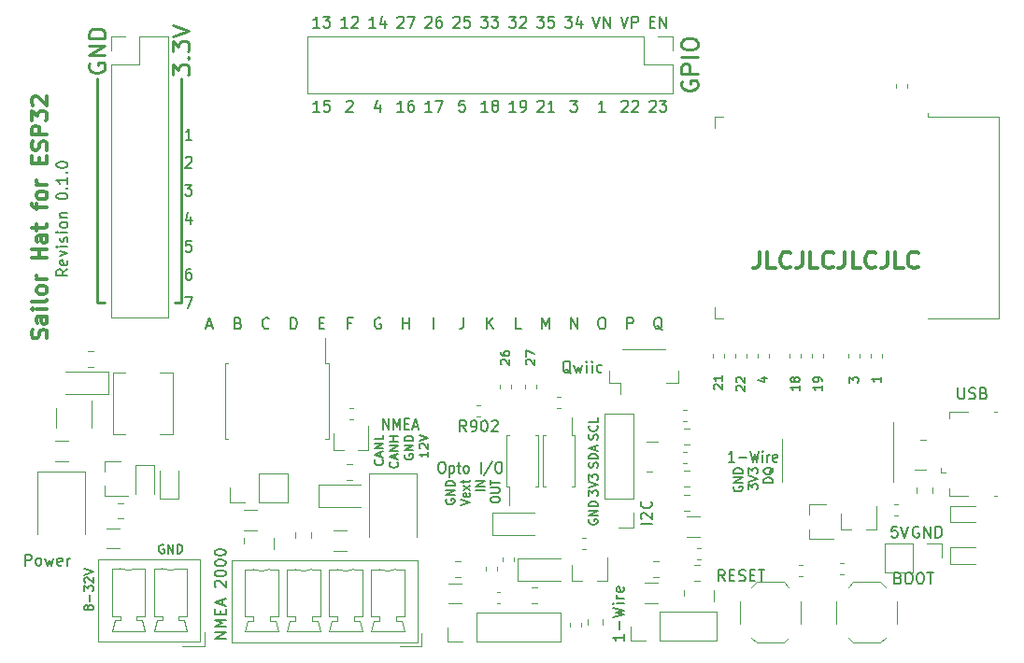
<source format=gbr>
%TF.GenerationSoftware,KiCad,Pcbnew,(5.1.6-0-10_14)*%
%TF.CreationDate,2020-11-01T12:10:01+02:00*%
%TF.ProjectId,SH-ESP32,53482d45-5350-4333-922e-6b696361645f,0.1.0*%
%TF.SameCoordinates,Original*%
%TF.FileFunction,Legend,Top*%
%TF.FilePolarity,Positive*%
%FSLAX46Y46*%
G04 Gerber Fmt 4.6, Leading zero omitted, Abs format (unit mm)*
G04 Created by KiCad (PCBNEW (5.1.6-0-10_14)) date 2020-11-01 12:10:01*
%MOMM*%
%LPD*%
G01*
G04 APERTURE LIST*
%ADD10C,0.160000*%
%ADD11C,0.300000*%
%ADD12C,0.200000*%
%ADD13C,0.250000*%
%ADD14C,0.120000*%
%ADD15C,0.150000*%
G04 APERTURE END LIST*
D10*
X93797380Y-80771428D02*
X93321190Y-81104761D01*
X93797380Y-81342857D02*
X92797380Y-81342857D01*
X92797380Y-80961904D01*
X92845000Y-80866666D01*
X92892619Y-80819047D01*
X92987857Y-80771428D01*
X93130714Y-80771428D01*
X93225952Y-80819047D01*
X93273571Y-80866666D01*
X93321190Y-80961904D01*
X93321190Y-81342857D01*
X93749761Y-79961904D02*
X93797380Y-80057142D01*
X93797380Y-80247619D01*
X93749761Y-80342857D01*
X93654523Y-80390476D01*
X93273571Y-80390476D01*
X93178333Y-80342857D01*
X93130714Y-80247619D01*
X93130714Y-80057142D01*
X93178333Y-79961904D01*
X93273571Y-79914285D01*
X93368809Y-79914285D01*
X93464047Y-80390476D01*
X93130714Y-79580952D02*
X93797380Y-79342857D01*
X93130714Y-79104761D01*
X93797380Y-78723809D02*
X93130714Y-78723809D01*
X92797380Y-78723809D02*
X92845000Y-78771428D01*
X92892619Y-78723809D01*
X92845000Y-78676190D01*
X92797380Y-78723809D01*
X92892619Y-78723809D01*
X93749761Y-78295238D02*
X93797380Y-78200000D01*
X93797380Y-78009523D01*
X93749761Y-77914285D01*
X93654523Y-77866666D01*
X93606904Y-77866666D01*
X93511666Y-77914285D01*
X93464047Y-78009523D01*
X93464047Y-78152380D01*
X93416428Y-78247619D01*
X93321190Y-78295238D01*
X93273571Y-78295238D01*
X93178333Y-78247619D01*
X93130714Y-78152380D01*
X93130714Y-78009523D01*
X93178333Y-77914285D01*
X93797380Y-77438095D02*
X93130714Y-77438095D01*
X92797380Y-77438095D02*
X92845000Y-77485714D01*
X92892619Y-77438095D01*
X92845000Y-77390476D01*
X92797380Y-77438095D01*
X92892619Y-77438095D01*
X93797380Y-76819047D02*
X93749761Y-76914285D01*
X93702142Y-76961904D01*
X93606904Y-77009523D01*
X93321190Y-77009523D01*
X93225952Y-76961904D01*
X93178333Y-76914285D01*
X93130714Y-76819047D01*
X93130714Y-76676190D01*
X93178333Y-76580952D01*
X93225952Y-76533333D01*
X93321190Y-76485714D01*
X93606904Y-76485714D01*
X93702142Y-76533333D01*
X93749761Y-76580952D01*
X93797380Y-76676190D01*
X93797380Y-76819047D01*
X93130714Y-76057142D02*
X93797380Y-76057142D01*
X93225952Y-76057142D02*
X93178333Y-76009523D01*
X93130714Y-75914285D01*
X93130714Y-75771428D01*
X93178333Y-75676190D01*
X93273571Y-75628571D01*
X93797380Y-75628571D01*
X92797380Y-74200000D02*
X92797380Y-74104761D01*
X92845000Y-74009523D01*
X92892619Y-73961904D01*
X92987857Y-73914285D01*
X93178333Y-73866666D01*
X93416428Y-73866666D01*
X93606904Y-73914285D01*
X93702142Y-73961904D01*
X93749761Y-74009523D01*
X93797380Y-74104761D01*
X93797380Y-74200000D01*
X93749761Y-74295238D01*
X93702142Y-74342857D01*
X93606904Y-74390476D01*
X93416428Y-74438095D01*
X93178333Y-74438095D01*
X92987857Y-74390476D01*
X92892619Y-74342857D01*
X92845000Y-74295238D01*
X92797380Y-74200000D01*
X93702142Y-73438095D02*
X93749761Y-73390476D01*
X93797380Y-73438095D01*
X93749761Y-73485714D01*
X93702142Y-73438095D01*
X93797380Y-73438095D01*
X93797380Y-72438095D02*
X93797380Y-73009523D01*
X93797380Y-72723809D02*
X92797380Y-72723809D01*
X92940238Y-72819047D01*
X93035476Y-72914285D01*
X93083095Y-73009523D01*
X93702142Y-72009523D02*
X93749761Y-71961904D01*
X93797380Y-72009523D01*
X93749761Y-72057142D01*
X93702142Y-72009523D01*
X93797380Y-72009523D01*
X92797380Y-71342857D02*
X92797380Y-71247619D01*
X92845000Y-71152380D01*
X92892619Y-71104761D01*
X92987857Y-71057142D01*
X93178333Y-71009523D01*
X93416428Y-71009523D01*
X93606904Y-71057142D01*
X93702142Y-71104761D01*
X93749761Y-71152380D01*
X93797380Y-71247619D01*
X93797380Y-71342857D01*
X93749761Y-71438095D01*
X93702142Y-71485714D01*
X93606904Y-71533333D01*
X93416428Y-71580952D01*
X93178333Y-71580952D01*
X92987857Y-71533333D01*
X92892619Y-71485714D01*
X92845000Y-71438095D01*
X92797380Y-71342857D01*
D11*
X91879666Y-87039666D02*
X91946333Y-86839666D01*
X91946333Y-86506333D01*
X91879666Y-86373000D01*
X91813000Y-86306333D01*
X91679666Y-86239666D01*
X91546333Y-86239666D01*
X91413000Y-86306333D01*
X91346333Y-86373000D01*
X91279666Y-86506333D01*
X91213000Y-86773000D01*
X91146333Y-86906333D01*
X91079666Y-86973000D01*
X90946333Y-87039666D01*
X90813000Y-87039666D01*
X90679666Y-86973000D01*
X90613000Y-86906333D01*
X90546333Y-86773000D01*
X90546333Y-86439666D01*
X90613000Y-86239666D01*
X91946333Y-85039666D02*
X91213000Y-85039666D01*
X91079666Y-85106333D01*
X91013000Y-85239666D01*
X91013000Y-85506333D01*
X91079666Y-85639666D01*
X91879666Y-85039666D02*
X91946333Y-85173000D01*
X91946333Y-85506333D01*
X91879666Y-85639666D01*
X91746333Y-85706333D01*
X91613000Y-85706333D01*
X91479666Y-85639666D01*
X91413000Y-85506333D01*
X91413000Y-85173000D01*
X91346333Y-85039666D01*
X91946333Y-84373000D02*
X91013000Y-84373000D01*
X90546333Y-84373000D02*
X90613000Y-84439666D01*
X90679666Y-84373000D01*
X90613000Y-84306333D01*
X90546333Y-84373000D01*
X90679666Y-84373000D01*
X91946333Y-83506333D02*
X91879666Y-83639666D01*
X91746333Y-83706333D01*
X90546333Y-83706333D01*
X91946333Y-82773000D02*
X91879666Y-82906333D01*
X91813000Y-82973000D01*
X91679666Y-83039666D01*
X91279666Y-83039666D01*
X91146333Y-82973000D01*
X91079666Y-82906333D01*
X91013000Y-82773000D01*
X91013000Y-82573000D01*
X91079666Y-82439666D01*
X91146333Y-82373000D01*
X91279666Y-82306333D01*
X91679666Y-82306333D01*
X91813000Y-82373000D01*
X91879666Y-82439666D01*
X91946333Y-82573000D01*
X91946333Y-82773000D01*
X91946333Y-81706333D02*
X91013000Y-81706333D01*
X91279666Y-81706333D02*
X91146333Y-81639666D01*
X91079666Y-81573000D01*
X91013000Y-81439666D01*
X91013000Y-81306333D01*
X91946333Y-79773000D02*
X90546333Y-79773000D01*
X91213000Y-79773000D02*
X91213000Y-78973000D01*
X91946333Y-78973000D02*
X90546333Y-78973000D01*
X91946333Y-77706333D02*
X91213000Y-77706333D01*
X91079666Y-77773000D01*
X91013000Y-77906333D01*
X91013000Y-78173000D01*
X91079666Y-78306333D01*
X91879666Y-77706333D02*
X91946333Y-77839666D01*
X91946333Y-78173000D01*
X91879666Y-78306333D01*
X91746333Y-78373000D01*
X91613000Y-78373000D01*
X91479666Y-78306333D01*
X91413000Y-78173000D01*
X91413000Y-77839666D01*
X91346333Y-77706333D01*
X91013000Y-77239666D02*
X91013000Y-76706333D01*
X90546333Y-77039666D02*
X91746333Y-77039666D01*
X91879666Y-76973000D01*
X91946333Y-76839666D01*
X91946333Y-76706333D01*
X91013000Y-75373000D02*
X91013000Y-74839666D01*
X91946333Y-75173000D02*
X90746333Y-75173000D01*
X90613000Y-75106333D01*
X90546333Y-74973000D01*
X90546333Y-74839666D01*
X91946333Y-74173000D02*
X91879666Y-74306333D01*
X91813000Y-74373000D01*
X91679666Y-74439666D01*
X91279666Y-74439666D01*
X91146333Y-74373000D01*
X91079666Y-74306333D01*
X91013000Y-74173000D01*
X91013000Y-73973000D01*
X91079666Y-73839666D01*
X91146333Y-73773000D01*
X91279666Y-73706333D01*
X91679666Y-73706333D01*
X91813000Y-73773000D01*
X91879666Y-73839666D01*
X91946333Y-73973000D01*
X91946333Y-74173000D01*
X91946333Y-73106333D02*
X91013000Y-73106333D01*
X91279666Y-73106333D02*
X91146333Y-73039666D01*
X91079666Y-72973000D01*
X91013000Y-72839666D01*
X91013000Y-72706333D01*
X91213000Y-71173000D02*
X91213000Y-70706333D01*
X91946333Y-70506333D02*
X91946333Y-71173000D01*
X90546333Y-71173000D01*
X90546333Y-70506333D01*
X91879666Y-69973000D02*
X91946333Y-69773000D01*
X91946333Y-69439666D01*
X91879666Y-69306333D01*
X91813000Y-69239666D01*
X91679666Y-69173000D01*
X91546333Y-69173000D01*
X91413000Y-69239666D01*
X91346333Y-69306333D01*
X91279666Y-69439666D01*
X91213000Y-69706333D01*
X91146333Y-69839666D01*
X91079666Y-69906333D01*
X90946333Y-69973000D01*
X90813000Y-69973000D01*
X90679666Y-69906333D01*
X90613000Y-69839666D01*
X90546333Y-69706333D01*
X90546333Y-69373000D01*
X90613000Y-69173000D01*
X91946333Y-68573000D02*
X90546333Y-68573000D01*
X90546333Y-68039666D01*
X90613000Y-67906333D01*
X90679666Y-67839666D01*
X90813000Y-67773000D01*
X91013000Y-67773000D01*
X91146333Y-67839666D01*
X91213000Y-67906333D01*
X91279666Y-68039666D01*
X91279666Y-68573000D01*
X90546333Y-67306333D02*
X90546333Y-66439666D01*
X91079666Y-66906333D01*
X91079666Y-66706333D01*
X91146333Y-66573000D01*
X91213000Y-66506333D01*
X91346333Y-66439666D01*
X91679666Y-66439666D01*
X91813000Y-66506333D01*
X91879666Y-66573000D01*
X91946333Y-66706333D01*
X91946333Y-67106333D01*
X91879666Y-67239666D01*
X91813000Y-67306333D01*
X90679666Y-65906333D02*
X90613000Y-65839666D01*
X90546333Y-65706333D01*
X90546333Y-65373000D01*
X90613000Y-65239666D01*
X90679666Y-65173000D01*
X90813000Y-65106333D01*
X90946333Y-65106333D01*
X91146333Y-65173000D01*
X91946333Y-65973000D01*
X91946333Y-65106333D01*
D12*
X122387714Y-95321380D02*
X122387714Y-94321380D01*
X122902000Y-95321380D01*
X122902000Y-94321380D01*
X123330571Y-95321380D02*
X123330571Y-94321380D01*
X123630571Y-95035666D01*
X123930571Y-94321380D01*
X123930571Y-95321380D01*
X124359142Y-94797571D02*
X124659142Y-94797571D01*
X124787714Y-95321380D02*
X124359142Y-95321380D01*
X124359142Y-94321380D01*
X124787714Y-94321380D01*
X125130571Y-95035666D02*
X125559142Y-95035666D01*
X125044857Y-95321380D02*
X125344857Y-94321380D01*
X125644857Y-95321380D01*
X127644857Y-98258380D02*
X127816285Y-98258380D01*
X127902000Y-98306000D01*
X127987714Y-98401238D01*
X128030571Y-98591714D01*
X128030571Y-98925047D01*
X127987714Y-99115523D01*
X127902000Y-99210761D01*
X127816285Y-99258380D01*
X127644857Y-99258380D01*
X127559142Y-99210761D01*
X127473428Y-99115523D01*
X127430571Y-98925047D01*
X127430571Y-98591714D01*
X127473428Y-98401238D01*
X127559142Y-98306000D01*
X127644857Y-98258380D01*
X128416285Y-98591714D02*
X128416285Y-99591714D01*
X128416285Y-98639333D02*
X128502000Y-98591714D01*
X128673428Y-98591714D01*
X128759142Y-98639333D01*
X128802000Y-98686952D01*
X128844857Y-98782190D01*
X128844857Y-99067904D01*
X128802000Y-99163142D01*
X128759142Y-99210761D01*
X128673428Y-99258380D01*
X128502000Y-99258380D01*
X128416285Y-99210761D01*
X129102000Y-98591714D02*
X129444857Y-98591714D01*
X129230571Y-98258380D02*
X129230571Y-99115523D01*
X129273428Y-99210761D01*
X129359142Y-99258380D01*
X129444857Y-99258380D01*
X129873428Y-99258380D02*
X129787714Y-99210761D01*
X129744857Y-99163142D01*
X129702000Y-99067904D01*
X129702000Y-98782190D01*
X129744857Y-98686952D01*
X129787714Y-98639333D01*
X129873428Y-98591714D01*
X130002000Y-98591714D01*
X130087714Y-98639333D01*
X130130571Y-98686952D01*
X130173428Y-98782190D01*
X130173428Y-99067904D01*
X130130571Y-99163142D01*
X130087714Y-99210761D01*
X130002000Y-99258380D01*
X129873428Y-99258380D01*
X131244857Y-99258380D02*
X131244857Y-98258380D01*
X132316285Y-98210761D02*
X131544857Y-99496476D01*
X132787714Y-98258380D02*
X132959142Y-98258380D01*
X133044857Y-98306000D01*
X133130571Y-98401238D01*
X133173428Y-98591714D01*
X133173428Y-98925047D01*
X133130571Y-99115523D01*
X133044857Y-99210761D01*
X132959142Y-99258380D01*
X132787714Y-99258380D01*
X132702000Y-99210761D01*
X132616285Y-99115523D01*
X132573428Y-98925047D01*
X132573428Y-98591714D01*
X132616285Y-98401238D01*
X132702000Y-98306000D01*
X132787714Y-98258380D01*
D13*
X149491000Y-63730000D02*
X149419571Y-63872857D01*
X149419571Y-64087142D01*
X149491000Y-64301428D01*
X149633857Y-64444285D01*
X149776714Y-64515714D01*
X150062428Y-64587142D01*
X150276714Y-64587142D01*
X150562428Y-64515714D01*
X150705285Y-64444285D01*
X150848142Y-64301428D01*
X150919571Y-64087142D01*
X150919571Y-63944285D01*
X150848142Y-63730000D01*
X150776714Y-63658571D01*
X150276714Y-63658571D01*
X150276714Y-63944285D01*
X150919571Y-63015714D02*
X149419571Y-63015714D01*
X149419571Y-62444285D01*
X149491000Y-62301428D01*
X149562428Y-62230000D01*
X149705285Y-62158571D01*
X149919571Y-62158571D01*
X150062428Y-62230000D01*
X150133857Y-62301428D01*
X150205285Y-62444285D01*
X150205285Y-63015714D01*
X150919571Y-61515714D02*
X149419571Y-61515714D01*
X149419571Y-60515714D02*
X149419571Y-60230000D01*
X149491000Y-60087142D01*
X149633857Y-59944285D01*
X149919571Y-59872857D01*
X150419571Y-59872857D01*
X150705285Y-59944285D01*
X150848142Y-60087142D01*
X150919571Y-60230000D01*
X150919571Y-60515714D01*
X150848142Y-60658571D01*
X150705285Y-60801428D01*
X150419571Y-60872857D01*
X149919571Y-60872857D01*
X149633857Y-60801428D01*
X149491000Y-60658571D01*
X149419571Y-60515714D01*
D10*
X174506095Y-91527380D02*
X174506095Y-92336904D01*
X174553714Y-92432142D01*
X174601333Y-92479761D01*
X174696571Y-92527380D01*
X174887047Y-92527380D01*
X174982285Y-92479761D01*
X175029904Y-92432142D01*
X175077523Y-92336904D01*
X175077523Y-91527380D01*
X175506095Y-92479761D02*
X175648952Y-92527380D01*
X175887047Y-92527380D01*
X175982285Y-92479761D01*
X176029904Y-92432142D01*
X176077523Y-92336904D01*
X176077523Y-92241666D01*
X176029904Y-92146428D01*
X175982285Y-92098809D01*
X175887047Y-92051190D01*
X175696571Y-92003571D01*
X175601333Y-91955952D01*
X175553714Y-91908333D01*
X175506095Y-91813095D01*
X175506095Y-91717857D01*
X175553714Y-91622619D01*
X175601333Y-91575000D01*
X175696571Y-91527380D01*
X175934666Y-91527380D01*
X176077523Y-91575000D01*
X176839428Y-92003571D02*
X176982285Y-92051190D01*
X177029904Y-92098809D01*
X177077523Y-92194047D01*
X177077523Y-92336904D01*
X177029904Y-92432142D01*
X176982285Y-92479761D01*
X176887047Y-92527380D01*
X176506095Y-92527380D01*
X176506095Y-91527380D01*
X176839428Y-91527380D01*
X176934666Y-91575000D01*
X176982285Y-91622619D01*
X177029904Y-91717857D01*
X177029904Y-91813095D01*
X176982285Y-91908333D01*
X176934666Y-91955952D01*
X176839428Y-92003571D01*
X176506095Y-92003571D01*
X169076857Y-108767571D02*
X169219714Y-108815190D01*
X169267333Y-108862809D01*
X169314952Y-108958047D01*
X169314952Y-109100904D01*
X169267333Y-109196142D01*
X169219714Y-109243761D01*
X169124476Y-109291380D01*
X168743523Y-109291380D01*
X168743523Y-108291380D01*
X169076857Y-108291380D01*
X169172095Y-108339000D01*
X169219714Y-108386619D01*
X169267333Y-108481857D01*
X169267333Y-108577095D01*
X169219714Y-108672333D01*
X169172095Y-108719952D01*
X169076857Y-108767571D01*
X168743523Y-108767571D01*
X169934000Y-108291380D02*
X170124476Y-108291380D01*
X170219714Y-108339000D01*
X170314952Y-108434238D01*
X170362571Y-108624714D01*
X170362571Y-108958047D01*
X170314952Y-109148523D01*
X170219714Y-109243761D01*
X170124476Y-109291380D01*
X169934000Y-109291380D01*
X169838761Y-109243761D01*
X169743523Y-109148523D01*
X169695904Y-108958047D01*
X169695904Y-108624714D01*
X169743523Y-108434238D01*
X169838761Y-108339000D01*
X169934000Y-108291380D01*
X170981619Y-108291380D02*
X171172095Y-108291380D01*
X171267333Y-108339000D01*
X171362571Y-108434238D01*
X171410190Y-108624714D01*
X171410190Y-108958047D01*
X171362571Y-109148523D01*
X171267333Y-109243761D01*
X171172095Y-109291380D01*
X170981619Y-109291380D01*
X170886380Y-109243761D01*
X170791142Y-109148523D01*
X170743523Y-108958047D01*
X170743523Y-108624714D01*
X170791142Y-108434238D01*
X170886380Y-108339000D01*
X170981619Y-108291380D01*
X171695904Y-108291380D02*
X172267333Y-108291380D01*
X171981619Y-109291380D02*
X171981619Y-108291380D01*
X153360619Y-109037380D02*
X153027285Y-108561190D01*
X152789190Y-109037380D02*
X152789190Y-108037380D01*
X153170142Y-108037380D01*
X153265380Y-108085000D01*
X153313000Y-108132619D01*
X153360619Y-108227857D01*
X153360619Y-108370714D01*
X153313000Y-108465952D01*
X153265380Y-108513571D01*
X153170142Y-108561190D01*
X152789190Y-108561190D01*
X153789190Y-108513571D02*
X154122523Y-108513571D01*
X154265380Y-109037380D02*
X153789190Y-109037380D01*
X153789190Y-108037380D01*
X154265380Y-108037380D01*
X154646333Y-108989761D02*
X154789190Y-109037380D01*
X155027285Y-109037380D01*
X155122523Y-108989761D01*
X155170142Y-108942142D01*
X155217761Y-108846904D01*
X155217761Y-108751666D01*
X155170142Y-108656428D01*
X155122523Y-108608809D01*
X155027285Y-108561190D01*
X154836809Y-108513571D01*
X154741571Y-108465952D01*
X154693952Y-108418333D01*
X154646333Y-108323095D01*
X154646333Y-108227857D01*
X154693952Y-108132619D01*
X154741571Y-108085000D01*
X154836809Y-108037380D01*
X155074904Y-108037380D01*
X155217761Y-108085000D01*
X155646333Y-108513571D02*
X155979666Y-108513571D01*
X156122523Y-109037380D02*
X155646333Y-109037380D01*
X155646333Y-108037380D01*
X156122523Y-108037380D01*
X156408238Y-108037380D02*
X156979666Y-108037380D01*
X156693952Y-109037380D02*
X156693952Y-108037380D01*
X167493904Y-90553380D02*
X167493904Y-91010523D01*
X167493904Y-90781952D02*
X166693904Y-90781952D01*
X166808190Y-90858142D01*
X166884380Y-90934333D01*
X166922476Y-91010523D01*
X164661904Y-91048619D02*
X164661904Y-90553380D01*
X164966666Y-90820047D01*
X164966666Y-90705761D01*
X165004761Y-90629571D01*
X165042857Y-90591476D01*
X165119047Y-90553380D01*
X165309523Y-90553380D01*
X165385714Y-90591476D01*
X165423809Y-90629571D01*
X165461904Y-90705761D01*
X165461904Y-90934333D01*
X165423809Y-91010523D01*
X165385714Y-91048619D01*
X162159904Y-91315285D02*
X162159904Y-91772428D01*
X162159904Y-91543857D02*
X161359904Y-91543857D01*
X161474190Y-91620047D01*
X161550380Y-91696238D01*
X161588476Y-91772428D01*
X162159904Y-90934333D02*
X162159904Y-90781952D01*
X162121809Y-90705761D01*
X162083714Y-90667666D01*
X161969428Y-90591476D01*
X161817047Y-90553380D01*
X161512285Y-90553380D01*
X161436095Y-90591476D01*
X161398000Y-90629571D01*
X161359904Y-90705761D01*
X161359904Y-90858142D01*
X161398000Y-90934333D01*
X161436095Y-90972428D01*
X161512285Y-91010523D01*
X161702761Y-91010523D01*
X161778952Y-90972428D01*
X161817047Y-90934333D01*
X161855142Y-90858142D01*
X161855142Y-90705761D01*
X161817047Y-90629571D01*
X161778952Y-90591476D01*
X161702761Y-90553380D01*
X160127904Y-91315285D02*
X160127904Y-91772428D01*
X160127904Y-91543857D02*
X159327904Y-91543857D01*
X159442190Y-91620047D01*
X159518380Y-91696238D01*
X159556476Y-91772428D01*
X159670761Y-90858142D02*
X159632666Y-90934333D01*
X159594571Y-90972428D01*
X159518380Y-91010523D01*
X159480285Y-91010523D01*
X159404095Y-90972428D01*
X159366000Y-90934333D01*
X159327904Y-90858142D01*
X159327904Y-90705761D01*
X159366000Y-90629571D01*
X159404095Y-90591476D01*
X159480285Y-90553380D01*
X159518380Y-90553380D01*
X159594571Y-90591476D01*
X159632666Y-90629571D01*
X159670761Y-90705761D01*
X159670761Y-90858142D01*
X159708857Y-90934333D01*
X159746952Y-90972428D01*
X159823142Y-91010523D01*
X159975523Y-91010523D01*
X160051714Y-90972428D01*
X160089809Y-90934333D01*
X160127904Y-90858142D01*
X160127904Y-90705761D01*
X160089809Y-90629571D01*
X160051714Y-90591476D01*
X159975523Y-90553380D01*
X159823142Y-90553380D01*
X159746952Y-90591476D01*
X159708857Y-90629571D01*
X159670761Y-90705761D01*
X156673571Y-90629571D02*
X157206904Y-90629571D01*
X156368809Y-90820047D02*
X156940238Y-91010523D01*
X156940238Y-90515285D01*
X154451095Y-91772428D02*
X154413000Y-91734333D01*
X154374904Y-91658142D01*
X154374904Y-91467666D01*
X154413000Y-91391476D01*
X154451095Y-91353380D01*
X154527285Y-91315285D01*
X154603476Y-91315285D01*
X154717761Y-91353380D01*
X155174904Y-91810523D01*
X155174904Y-91315285D01*
X154451095Y-91010523D02*
X154413000Y-90972428D01*
X154374904Y-90896238D01*
X154374904Y-90705761D01*
X154413000Y-90629571D01*
X154451095Y-90591476D01*
X154527285Y-90553380D01*
X154603476Y-90553380D01*
X154717761Y-90591476D01*
X155174904Y-91048619D01*
X155174904Y-90553380D01*
X152419095Y-91645428D02*
X152381000Y-91607333D01*
X152342904Y-91531142D01*
X152342904Y-91340666D01*
X152381000Y-91264476D01*
X152419095Y-91226380D01*
X152495285Y-91188285D01*
X152571476Y-91188285D01*
X152685761Y-91226380D01*
X153142904Y-91683523D01*
X153142904Y-91188285D01*
X153142904Y-90426380D02*
X153142904Y-90883523D01*
X153142904Y-90654952D02*
X152342904Y-90654952D01*
X152457190Y-90731142D01*
X152533380Y-90807333D01*
X152571476Y-90883523D01*
X135401095Y-89405619D02*
X135363000Y-89367523D01*
X135324904Y-89291333D01*
X135324904Y-89100857D01*
X135363000Y-89024666D01*
X135401095Y-88986571D01*
X135477285Y-88948476D01*
X135553476Y-88948476D01*
X135667761Y-88986571D01*
X136124904Y-89443714D01*
X136124904Y-88948476D01*
X135324904Y-88681809D02*
X135324904Y-88148476D01*
X136124904Y-88491333D01*
X133115095Y-89405619D02*
X133077000Y-89367523D01*
X133038904Y-89291333D01*
X133038904Y-89100857D01*
X133077000Y-89024666D01*
X133115095Y-88986571D01*
X133191285Y-88948476D01*
X133267476Y-88948476D01*
X133381761Y-88986571D01*
X133838904Y-89443714D01*
X133838904Y-88948476D01*
X133038904Y-88262761D02*
X133038904Y-88415142D01*
X133077000Y-88491333D01*
X133115095Y-88529428D01*
X133229380Y-88605619D01*
X133381761Y-88643714D01*
X133686523Y-88643714D01*
X133762714Y-88605619D01*
X133800809Y-88567523D01*
X133838904Y-88491333D01*
X133838904Y-88338952D01*
X133800809Y-88262761D01*
X133762714Y-88224666D01*
X133686523Y-88186571D01*
X133496047Y-88186571D01*
X133419857Y-88224666D01*
X133381761Y-88262761D01*
X133343666Y-88338952D01*
X133343666Y-88491333D01*
X133381761Y-88567523D01*
X133419857Y-88605619D01*
X133496047Y-88643714D01*
D12*
X154263142Y-98242380D02*
X153748857Y-98242380D01*
X154006000Y-98242380D02*
X154006000Y-97242380D01*
X153920285Y-97385238D01*
X153834571Y-97480476D01*
X153748857Y-97528095D01*
X154648857Y-97861428D02*
X155334571Y-97861428D01*
X155677428Y-97242380D02*
X155891714Y-98242380D01*
X156063142Y-97528095D01*
X156234571Y-98242380D01*
X156448857Y-97242380D01*
X156791714Y-98242380D02*
X156791714Y-97575714D01*
X156791714Y-97242380D02*
X156748857Y-97290000D01*
X156791714Y-97337619D01*
X156834571Y-97290000D01*
X156791714Y-97242380D01*
X156791714Y-97337619D01*
X157220285Y-98242380D02*
X157220285Y-97575714D01*
X157220285Y-97766190D02*
X157263142Y-97670952D01*
X157306000Y-97623333D01*
X157391714Y-97575714D01*
X157477428Y-97575714D01*
X158120285Y-98194761D02*
X158034571Y-98242380D01*
X157863142Y-98242380D01*
X157777428Y-98194761D01*
X157734571Y-98099523D01*
X157734571Y-97718571D01*
X157777428Y-97623333D01*
X157863142Y-97575714D01*
X158034571Y-97575714D01*
X158120285Y-97623333D01*
X158163142Y-97718571D01*
X158163142Y-97813809D01*
X157734571Y-97909047D01*
D10*
X154196000Y-100484571D02*
X154157904Y-100560761D01*
X154157904Y-100675047D01*
X154196000Y-100789333D01*
X154272190Y-100865523D01*
X154348380Y-100903619D01*
X154500761Y-100941714D01*
X154615047Y-100941714D01*
X154767428Y-100903619D01*
X154843619Y-100865523D01*
X154919809Y-100789333D01*
X154957904Y-100675047D01*
X154957904Y-100598857D01*
X154919809Y-100484571D01*
X154881714Y-100446476D01*
X154615047Y-100446476D01*
X154615047Y-100598857D01*
X154957904Y-100103619D02*
X154157904Y-100103619D01*
X154957904Y-99646476D01*
X154157904Y-99646476D01*
X154957904Y-99265523D02*
X154157904Y-99265523D01*
X154157904Y-99075047D01*
X154196000Y-98960761D01*
X154272190Y-98884571D01*
X154348380Y-98846476D01*
X154500761Y-98808380D01*
X154615047Y-98808380D01*
X154767428Y-98846476D01*
X154843619Y-98884571D01*
X154919809Y-98960761D01*
X154957904Y-99075047D01*
X154957904Y-99265523D01*
X155517904Y-100751238D02*
X155517904Y-100256000D01*
X155822666Y-100522666D01*
X155822666Y-100408380D01*
X155860761Y-100332190D01*
X155898857Y-100294095D01*
X155975047Y-100256000D01*
X156165523Y-100256000D01*
X156241714Y-100294095D01*
X156279809Y-100332190D01*
X156317904Y-100408380D01*
X156317904Y-100636952D01*
X156279809Y-100713142D01*
X156241714Y-100751238D01*
X155517904Y-100027428D02*
X156317904Y-99760761D01*
X155517904Y-99494095D01*
X155517904Y-99303619D02*
X155517904Y-98808380D01*
X155822666Y-99075047D01*
X155822666Y-98960761D01*
X155860761Y-98884571D01*
X155898857Y-98846476D01*
X155975047Y-98808380D01*
X156165523Y-98808380D01*
X156241714Y-98846476D01*
X156279809Y-98884571D01*
X156317904Y-98960761D01*
X156317904Y-99189333D01*
X156279809Y-99265523D01*
X156241714Y-99303619D01*
X157677904Y-100103619D02*
X156877904Y-100103619D01*
X156877904Y-99913142D01*
X156916000Y-99798857D01*
X156992190Y-99722666D01*
X157068380Y-99684571D01*
X157220761Y-99646476D01*
X157335047Y-99646476D01*
X157487428Y-99684571D01*
X157563619Y-99722666D01*
X157639809Y-99798857D01*
X157677904Y-99913142D01*
X157677904Y-100103619D01*
X157754095Y-98770285D02*
X157716000Y-98846476D01*
X157639809Y-98922666D01*
X157525523Y-99036952D01*
X157487428Y-99113142D01*
X157487428Y-99189333D01*
X157677904Y-99151238D02*
X157639809Y-99227428D01*
X157563619Y-99303619D01*
X157411238Y-99341714D01*
X157144571Y-99341714D01*
X156992190Y-99303619D01*
X156916000Y-99227428D01*
X156877904Y-99151238D01*
X156877904Y-98998857D01*
X156916000Y-98922666D01*
X156992190Y-98846476D01*
X157144571Y-98808380D01*
X157411238Y-98808380D01*
X157563619Y-98846476D01*
X157639809Y-98922666D01*
X157677904Y-98998857D01*
X157677904Y-99151238D01*
X128116000Y-101627571D02*
X128077904Y-101703761D01*
X128077904Y-101818047D01*
X128116000Y-101932333D01*
X128192190Y-102008523D01*
X128268380Y-102046619D01*
X128420761Y-102084714D01*
X128535047Y-102084714D01*
X128687428Y-102046619D01*
X128763619Y-102008523D01*
X128839809Y-101932333D01*
X128877904Y-101818047D01*
X128877904Y-101741857D01*
X128839809Y-101627571D01*
X128801714Y-101589476D01*
X128535047Y-101589476D01*
X128535047Y-101741857D01*
X128877904Y-101246619D02*
X128077904Y-101246619D01*
X128877904Y-100789476D01*
X128077904Y-100789476D01*
X128877904Y-100408523D02*
X128077904Y-100408523D01*
X128077904Y-100218047D01*
X128116000Y-100103761D01*
X128192190Y-100027571D01*
X128268380Y-99989476D01*
X128420761Y-99951380D01*
X128535047Y-99951380D01*
X128687428Y-99989476D01*
X128763619Y-100027571D01*
X128839809Y-100103761D01*
X128877904Y-100218047D01*
X128877904Y-100408523D01*
X129437904Y-102199000D02*
X130237904Y-101932333D01*
X129437904Y-101665666D01*
X130199809Y-101094238D02*
X130237904Y-101170428D01*
X130237904Y-101322809D01*
X130199809Y-101399000D01*
X130123619Y-101437095D01*
X129818857Y-101437095D01*
X129742666Y-101399000D01*
X129704571Y-101322809D01*
X129704571Y-101170428D01*
X129742666Y-101094238D01*
X129818857Y-101056142D01*
X129895047Y-101056142D01*
X129971238Y-101437095D01*
X130237904Y-100789476D02*
X129704571Y-100370428D01*
X129704571Y-100789476D02*
X130237904Y-100370428D01*
X129704571Y-100179952D02*
X129704571Y-99875190D01*
X129437904Y-100065666D02*
X130123619Y-100065666D01*
X130199809Y-100027571D01*
X130237904Y-99951380D01*
X130237904Y-99875190D01*
X131597904Y-100827571D02*
X130797904Y-100827571D01*
X131597904Y-100446619D02*
X130797904Y-100446619D01*
X131597904Y-99989476D01*
X130797904Y-99989476D01*
X132157904Y-101741857D02*
X132157904Y-101589476D01*
X132196000Y-101513285D01*
X132272190Y-101437095D01*
X132424571Y-101399000D01*
X132691238Y-101399000D01*
X132843619Y-101437095D01*
X132919809Y-101513285D01*
X132957904Y-101589476D01*
X132957904Y-101741857D01*
X132919809Y-101818047D01*
X132843619Y-101894238D01*
X132691238Y-101932333D01*
X132424571Y-101932333D01*
X132272190Y-101894238D01*
X132196000Y-101818047D01*
X132157904Y-101741857D01*
X132157904Y-101056142D02*
X132805523Y-101056142D01*
X132881714Y-101018047D01*
X132919809Y-100979952D01*
X132957904Y-100903761D01*
X132957904Y-100751380D01*
X132919809Y-100675190D01*
X132881714Y-100637095D01*
X132805523Y-100599000D01*
X132157904Y-100599000D01*
X132157904Y-100332333D02*
X132157904Y-99875190D01*
X132957904Y-100103761D02*
X132157904Y-100103761D01*
X102514476Y-105772000D02*
X102438285Y-105733904D01*
X102324000Y-105733904D01*
X102209714Y-105772000D01*
X102133523Y-105848190D01*
X102095428Y-105924380D01*
X102057333Y-106076761D01*
X102057333Y-106191047D01*
X102095428Y-106343428D01*
X102133523Y-106419619D01*
X102209714Y-106495809D01*
X102324000Y-106533904D01*
X102400190Y-106533904D01*
X102514476Y-106495809D01*
X102552571Y-106457714D01*
X102552571Y-106191047D01*
X102400190Y-106191047D01*
X102895428Y-106533904D02*
X102895428Y-105733904D01*
X103352571Y-106533904D01*
X103352571Y-105733904D01*
X103733523Y-106533904D02*
X103733523Y-105733904D01*
X103924000Y-105733904D01*
X104038285Y-105772000D01*
X104114476Y-105848190D01*
X104152571Y-105924380D01*
X104190666Y-106076761D01*
X104190666Y-106191047D01*
X104152571Y-106343428D01*
X104114476Y-106419619D01*
X104038285Y-106495809D01*
X103924000Y-106533904D01*
X103733523Y-106533904D01*
X95662761Y-111531190D02*
X95624666Y-111607380D01*
X95586571Y-111645476D01*
X95510380Y-111683571D01*
X95472285Y-111683571D01*
X95396095Y-111645476D01*
X95358000Y-111607380D01*
X95319904Y-111531190D01*
X95319904Y-111378809D01*
X95358000Y-111302619D01*
X95396095Y-111264523D01*
X95472285Y-111226428D01*
X95510380Y-111226428D01*
X95586571Y-111264523D01*
X95624666Y-111302619D01*
X95662761Y-111378809D01*
X95662761Y-111531190D01*
X95700857Y-111607380D01*
X95738952Y-111645476D01*
X95815142Y-111683571D01*
X95967523Y-111683571D01*
X96043714Y-111645476D01*
X96081809Y-111607380D01*
X96119904Y-111531190D01*
X96119904Y-111378809D01*
X96081809Y-111302619D01*
X96043714Y-111264523D01*
X95967523Y-111226428D01*
X95815142Y-111226428D01*
X95738952Y-111264523D01*
X95700857Y-111302619D01*
X95662761Y-111378809D01*
X95815142Y-110883571D02*
X95815142Y-110274047D01*
X95319904Y-109969285D02*
X95319904Y-109474047D01*
X95624666Y-109740714D01*
X95624666Y-109626428D01*
X95662761Y-109550238D01*
X95700857Y-109512142D01*
X95777047Y-109474047D01*
X95967523Y-109474047D01*
X96043714Y-109512142D01*
X96081809Y-109550238D01*
X96119904Y-109626428D01*
X96119904Y-109855000D01*
X96081809Y-109931190D01*
X96043714Y-109969285D01*
X95396095Y-109169285D02*
X95358000Y-109131190D01*
X95319904Y-109055000D01*
X95319904Y-108864523D01*
X95358000Y-108788333D01*
X95396095Y-108750238D01*
X95472285Y-108712142D01*
X95548476Y-108712142D01*
X95662761Y-108750238D01*
X96119904Y-109207380D01*
X96119904Y-108712142D01*
X95319904Y-108483571D02*
X96119904Y-108216904D01*
X95319904Y-107950238D01*
X122324714Y-98058809D02*
X122362809Y-98096904D01*
X122400904Y-98211190D01*
X122400904Y-98287380D01*
X122362809Y-98401666D01*
X122286619Y-98477857D01*
X122210428Y-98515952D01*
X122058047Y-98554047D01*
X121943761Y-98554047D01*
X121791380Y-98515952D01*
X121715190Y-98477857D01*
X121639000Y-98401666D01*
X121600904Y-98287380D01*
X121600904Y-98211190D01*
X121639000Y-98096904D01*
X121677095Y-98058809D01*
X122172333Y-97754047D02*
X122172333Y-97373095D01*
X122400904Y-97830238D02*
X121600904Y-97563571D01*
X122400904Y-97296904D01*
X122400904Y-97030238D02*
X121600904Y-97030238D01*
X122400904Y-96573095D01*
X121600904Y-96573095D01*
X122400904Y-95811190D02*
X122400904Y-96192142D01*
X121600904Y-96192142D01*
X123684714Y-98249285D02*
X123722809Y-98287380D01*
X123760904Y-98401666D01*
X123760904Y-98477857D01*
X123722809Y-98592142D01*
X123646619Y-98668333D01*
X123570428Y-98706428D01*
X123418047Y-98744523D01*
X123303761Y-98744523D01*
X123151380Y-98706428D01*
X123075190Y-98668333D01*
X122999000Y-98592142D01*
X122960904Y-98477857D01*
X122960904Y-98401666D01*
X122999000Y-98287380D01*
X123037095Y-98249285D01*
X123532333Y-97944523D02*
X123532333Y-97563571D01*
X123760904Y-98020714D02*
X122960904Y-97754047D01*
X123760904Y-97487380D01*
X123760904Y-97220714D02*
X122960904Y-97220714D01*
X123760904Y-96763571D01*
X122960904Y-96763571D01*
X123760904Y-96382619D02*
X122960904Y-96382619D01*
X123341857Y-96382619D02*
X123341857Y-95925476D01*
X123760904Y-95925476D02*
X122960904Y-95925476D01*
X124359000Y-97563571D02*
X124320904Y-97639761D01*
X124320904Y-97754047D01*
X124359000Y-97868333D01*
X124435190Y-97944523D01*
X124511380Y-97982619D01*
X124663761Y-98020714D01*
X124778047Y-98020714D01*
X124930428Y-97982619D01*
X125006619Y-97944523D01*
X125082809Y-97868333D01*
X125120904Y-97754047D01*
X125120904Y-97677857D01*
X125082809Y-97563571D01*
X125044714Y-97525476D01*
X124778047Y-97525476D01*
X124778047Y-97677857D01*
X125120904Y-97182619D02*
X124320904Y-97182619D01*
X125120904Y-96725476D01*
X124320904Y-96725476D01*
X125120904Y-96344523D02*
X124320904Y-96344523D01*
X124320904Y-96154047D01*
X124359000Y-96039761D01*
X124435190Y-95963571D01*
X124511380Y-95925476D01*
X124663761Y-95887380D01*
X124778047Y-95887380D01*
X124930428Y-95925476D01*
X125006619Y-95963571D01*
X125082809Y-96039761D01*
X125120904Y-96154047D01*
X125120904Y-96344523D01*
X126480904Y-97335000D02*
X126480904Y-97792142D01*
X126480904Y-97563571D02*
X125680904Y-97563571D01*
X125795190Y-97639761D01*
X125871380Y-97715952D01*
X125909476Y-97792142D01*
X125757095Y-97030238D02*
X125719000Y-96992142D01*
X125680904Y-96915952D01*
X125680904Y-96725476D01*
X125719000Y-96649285D01*
X125757095Y-96611190D01*
X125833285Y-96573095D01*
X125909476Y-96573095D01*
X126023761Y-96611190D01*
X126480904Y-97068333D01*
X126480904Y-96573095D01*
X125680904Y-96344523D02*
X126480904Y-96077857D01*
X125680904Y-95811190D01*
X141801809Y-96202380D02*
X141839904Y-96088095D01*
X141839904Y-95897619D01*
X141801809Y-95821428D01*
X141763714Y-95783333D01*
X141687523Y-95745238D01*
X141611333Y-95745238D01*
X141535142Y-95783333D01*
X141497047Y-95821428D01*
X141458952Y-95897619D01*
X141420857Y-96050000D01*
X141382761Y-96126190D01*
X141344666Y-96164285D01*
X141268476Y-96202380D01*
X141192285Y-96202380D01*
X141116095Y-96164285D01*
X141078000Y-96126190D01*
X141039904Y-96050000D01*
X141039904Y-95859523D01*
X141078000Y-95745238D01*
X141763714Y-94945238D02*
X141801809Y-94983333D01*
X141839904Y-95097619D01*
X141839904Y-95173809D01*
X141801809Y-95288095D01*
X141725619Y-95364285D01*
X141649428Y-95402380D01*
X141497047Y-95440476D01*
X141382761Y-95440476D01*
X141230380Y-95402380D01*
X141154190Y-95364285D01*
X141078000Y-95288095D01*
X141039904Y-95173809D01*
X141039904Y-95097619D01*
X141078000Y-94983333D01*
X141116095Y-94945238D01*
X141839904Y-94221428D02*
X141839904Y-94602380D01*
X141039904Y-94602380D01*
X141801809Y-98761428D02*
X141839904Y-98647142D01*
X141839904Y-98456666D01*
X141801809Y-98380476D01*
X141763714Y-98342380D01*
X141687523Y-98304285D01*
X141611333Y-98304285D01*
X141535142Y-98342380D01*
X141497047Y-98380476D01*
X141458952Y-98456666D01*
X141420857Y-98609047D01*
X141382761Y-98685238D01*
X141344666Y-98723333D01*
X141268476Y-98761428D01*
X141192285Y-98761428D01*
X141116095Y-98723333D01*
X141078000Y-98685238D01*
X141039904Y-98609047D01*
X141039904Y-98418571D01*
X141078000Y-98304285D01*
X141839904Y-97961428D02*
X141039904Y-97961428D01*
X141039904Y-97770952D01*
X141078000Y-97656666D01*
X141154190Y-97580476D01*
X141230380Y-97542380D01*
X141382761Y-97504285D01*
X141497047Y-97504285D01*
X141649428Y-97542380D01*
X141725619Y-97580476D01*
X141801809Y-97656666D01*
X141839904Y-97770952D01*
X141839904Y-97961428D01*
X141611333Y-97199523D02*
X141611333Y-96818571D01*
X141839904Y-97275714D02*
X141039904Y-97009047D01*
X141839904Y-96742380D01*
X141039904Y-101320476D02*
X141039904Y-100825238D01*
X141344666Y-101091904D01*
X141344666Y-100977619D01*
X141382761Y-100901428D01*
X141420857Y-100863333D01*
X141497047Y-100825238D01*
X141687523Y-100825238D01*
X141763714Y-100863333D01*
X141801809Y-100901428D01*
X141839904Y-100977619D01*
X141839904Y-101206190D01*
X141801809Y-101282380D01*
X141763714Y-101320476D01*
X141039904Y-100596666D02*
X141839904Y-100330000D01*
X141039904Y-100063333D01*
X141039904Y-99872857D02*
X141039904Y-99377619D01*
X141344666Y-99644285D01*
X141344666Y-99530000D01*
X141382761Y-99453809D01*
X141420857Y-99415714D01*
X141497047Y-99377619D01*
X141687523Y-99377619D01*
X141763714Y-99415714D01*
X141801809Y-99453809D01*
X141839904Y-99530000D01*
X141839904Y-99758571D01*
X141801809Y-99834761D01*
X141763714Y-99872857D01*
X141078000Y-103479523D02*
X141039904Y-103555714D01*
X141039904Y-103670000D01*
X141078000Y-103784285D01*
X141154190Y-103860476D01*
X141230380Y-103898571D01*
X141382761Y-103936666D01*
X141497047Y-103936666D01*
X141649428Y-103898571D01*
X141725619Y-103860476D01*
X141801809Y-103784285D01*
X141839904Y-103670000D01*
X141839904Y-103593809D01*
X141801809Y-103479523D01*
X141763714Y-103441428D01*
X141497047Y-103441428D01*
X141497047Y-103593809D01*
X141839904Y-103098571D02*
X141039904Y-103098571D01*
X141839904Y-102641428D01*
X141039904Y-102641428D01*
X141839904Y-102260476D02*
X141039904Y-102260476D01*
X141039904Y-102070000D01*
X141078000Y-101955714D01*
X141154190Y-101879523D01*
X141230380Y-101841428D01*
X141382761Y-101803333D01*
X141497047Y-101803333D01*
X141649428Y-101841428D01*
X141725619Y-101879523D01*
X141801809Y-101955714D01*
X141839904Y-102070000D01*
X141839904Y-102260476D01*
X89971809Y-107640380D02*
X89971809Y-106640380D01*
X90352761Y-106640380D01*
X90448000Y-106688000D01*
X90495619Y-106735619D01*
X90543238Y-106830857D01*
X90543238Y-106973714D01*
X90495619Y-107068952D01*
X90448000Y-107116571D01*
X90352761Y-107164190D01*
X89971809Y-107164190D01*
X91114666Y-107640380D02*
X91019428Y-107592761D01*
X90971809Y-107545142D01*
X90924190Y-107449904D01*
X90924190Y-107164190D01*
X90971809Y-107068952D01*
X91019428Y-107021333D01*
X91114666Y-106973714D01*
X91257523Y-106973714D01*
X91352761Y-107021333D01*
X91400380Y-107068952D01*
X91448000Y-107164190D01*
X91448000Y-107449904D01*
X91400380Y-107545142D01*
X91352761Y-107592761D01*
X91257523Y-107640380D01*
X91114666Y-107640380D01*
X91781333Y-106973714D02*
X91971809Y-107640380D01*
X92162285Y-107164190D01*
X92352761Y-107640380D01*
X92543238Y-106973714D01*
X93305142Y-107592761D02*
X93209904Y-107640380D01*
X93019428Y-107640380D01*
X92924190Y-107592761D01*
X92876571Y-107497523D01*
X92876571Y-107116571D01*
X92924190Y-107021333D01*
X93019428Y-106973714D01*
X93209904Y-106973714D01*
X93305142Y-107021333D01*
X93352761Y-107116571D01*
X93352761Y-107211809D01*
X92876571Y-107307047D01*
X93781333Y-107640380D02*
X93781333Y-106973714D01*
X93781333Y-107164190D02*
X93828952Y-107068952D01*
X93876571Y-107021333D01*
X93971809Y-106973714D01*
X94067047Y-106973714D01*
X108148380Y-114259809D02*
X107148380Y-114259809D01*
X108148380Y-113688380D01*
X107148380Y-113688380D01*
X108148380Y-113212190D02*
X107148380Y-113212190D01*
X107862666Y-112878857D01*
X107148380Y-112545523D01*
X108148380Y-112545523D01*
X107624571Y-112069333D02*
X107624571Y-111736000D01*
X108148380Y-111593142D02*
X108148380Y-112069333D01*
X107148380Y-112069333D01*
X107148380Y-111593142D01*
X107862666Y-111212190D02*
X107862666Y-110736000D01*
X108148380Y-111307428D02*
X107148380Y-110974095D01*
X108148380Y-110640761D01*
X107243619Y-109593142D02*
X107196000Y-109545523D01*
X107148380Y-109450285D01*
X107148380Y-109212190D01*
X107196000Y-109116952D01*
X107243619Y-109069333D01*
X107338857Y-109021714D01*
X107434095Y-109021714D01*
X107576952Y-109069333D01*
X108148380Y-109640761D01*
X108148380Y-109021714D01*
X107148380Y-108402666D02*
X107148380Y-108307428D01*
X107196000Y-108212190D01*
X107243619Y-108164571D01*
X107338857Y-108116952D01*
X107529333Y-108069333D01*
X107767428Y-108069333D01*
X107957904Y-108116952D01*
X108053142Y-108164571D01*
X108100761Y-108212190D01*
X108148380Y-108307428D01*
X108148380Y-108402666D01*
X108100761Y-108497904D01*
X108053142Y-108545523D01*
X107957904Y-108593142D01*
X107767428Y-108640761D01*
X107529333Y-108640761D01*
X107338857Y-108593142D01*
X107243619Y-108545523D01*
X107196000Y-108497904D01*
X107148380Y-108402666D01*
X107148380Y-107450285D02*
X107148380Y-107355047D01*
X107196000Y-107259809D01*
X107243619Y-107212190D01*
X107338857Y-107164571D01*
X107529333Y-107116952D01*
X107767428Y-107116952D01*
X107957904Y-107164571D01*
X108053142Y-107212190D01*
X108100761Y-107259809D01*
X108148380Y-107355047D01*
X108148380Y-107450285D01*
X108100761Y-107545523D01*
X108053142Y-107593142D01*
X107957904Y-107640761D01*
X107767428Y-107688380D01*
X107529333Y-107688380D01*
X107338857Y-107640761D01*
X107243619Y-107593142D01*
X107196000Y-107545523D01*
X107148380Y-107450285D01*
X107148380Y-106497904D02*
X107148380Y-106402666D01*
X107196000Y-106307428D01*
X107243619Y-106259809D01*
X107338857Y-106212190D01*
X107529333Y-106164571D01*
X107767428Y-106164571D01*
X107957904Y-106212190D01*
X108053142Y-106259809D01*
X108100761Y-106307428D01*
X108148380Y-106402666D01*
X108148380Y-106497904D01*
X108100761Y-106593142D01*
X108053142Y-106640761D01*
X107957904Y-106688380D01*
X107767428Y-106736000D01*
X107529333Y-106736000D01*
X107338857Y-106688380D01*
X107243619Y-106640761D01*
X107196000Y-106593142D01*
X107148380Y-106497904D01*
X144216380Y-113894952D02*
X144216380Y-114466380D01*
X144216380Y-114180666D02*
X143216380Y-114180666D01*
X143359238Y-114275904D01*
X143454476Y-114371142D01*
X143502095Y-114466380D01*
X143835428Y-113466380D02*
X143835428Y-112704476D01*
X143216380Y-112323523D02*
X144216380Y-112085428D01*
X143502095Y-111894952D01*
X144216380Y-111704476D01*
X143216380Y-111466380D01*
X144216380Y-111085428D02*
X143549714Y-111085428D01*
X143216380Y-111085428D02*
X143264000Y-111133047D01*
X143311619Y-111085428D01*
X143264000Y-111037809D01*
X143216380Y-111085428D01*
X143311619Y-111085428D01*
X144216380Y-110609238D02*
X143549714Y-110609238D01*
X143740190Y-110609238D02*
X143644952Y-110561619D01*
X143597333Y-110514000D01*
X143549714Y-110418761D01*
X143549714Y-110323523D01*
X144168761Y-109609238D02*
X144216380Y-109704476D01*
X144216380Y-109894952D01*
X144168761Y-109990190D01*
X144073523Y-110037809D01*
X143692571Y-110037809D01*
X143597333Y-109990190D01*
X143549714Y-109894952D01*
X143549714Y-109704476D01*
X143597333Y-109609238D01*
X143692571Y-109561619D01*
X143787809Y-109561619D01*
X143883047Y-110037809D01*
X139414380Y-90209619D02*
X139319142Y-90162000D01*
X139223904Y-90066761D01*
X139081047Y-89923904D01*
X138985809Y-89876285D01*
X138890571Y-89876285D01*
X138938190Y-90114380D02*
X138842952Y-90066761D01*
X138747714Y-89971523D01*
X138700095Y-89781047D01*
X138700095Y-89447714D01*
X138747714Y-89257238D01*
X138842952Y-89162000D01*
X138938190Y-89114380D01*
X139128666Y-89114380D01*
X139223904Y-89162000D01*
X139319142Y-89257238D01*
X139366761Y-89447714D01*
X139366761Y-89781047D01*
X139319142Y-89971523D01*
X139223904Y-90066761D01*
X139128666Y-90114380D01*
X138938190Y-90114380D01*
X139700095Y-89447714D02*
X139890571Y-90114380D01*
X140081047Y-89638190D01*
X140271523Y-90114380D01*
X140462000Y-89447714D01*
X140842952Y-90114380D02*
X140842952Y-89447714D01*
X140842952Y-89114380D02*
X140795333Y-89162000D01*
X140842952Y-89209619D01*
X140890571Y-89162000D01*
X140842952Y-89114380D01*
X140842952Y-89209619D01*
X141319142Y-90114380D02*
X141319142Y-89447714D01*
X141319142Y-89114380D02*
X141271523Y-89162000D01*
X141319142Y-89209619D01*
X141366761Y-89162000D01*
X141319142Y-89114380D01*
X141319142Y-89209619D01*
X142223904Y-90066761D02*
X142128666Y-90114380D01*
X141938190Y-90114380D01*
X141842952Y-90066761D01*
X141795333Y-90019142D01*
X141747714Y-89923904D01*
X141747714Y-89638190D01*
X141795333Y-89542952D01*
X141842952Y-89495333D01*
X141938190Y-89447714D01*
X142128666Y-89447714D01*
X142223904Y-89495333D01*
X146756380Y-103846190D02*
X145756380Y-103846190D01*
X145851619Y-103417619D02*
X145804000Y-103370000D01*
X145756380Y-103274761D01*
X145756380Y-103036666D01*
X145804000Y-102941428D01*
X145851619Y-102893809D01*
X145946857Y-102846190D01*
X146042095Y-102846190D01*
X146184952Y-102893809D01*
X146756380Y-103465238D01*
X146756380Y-102846190D01*
X146661142Y-101846190D02*
X146708761Y-101893809D01*
X146756380Y-102036666D01*
X146756380Y-102131904D01*
X146708761Y-102274761D01*
X146613523Y-102370000D01*
X146518285Y-102417619D01*
X146327809Y-102465238D01*
X146184952Y-102465238D01*
X145994476Y-102417619D01*
X145899238Y-102370000D01*
X145804000Y-102274761D01*
X145756380Y-102131904D01*
X145756380Y-102036666D01*
X145804000Y-101893809D01*
X145851619Y-101846190D01*
X170942095Y-104148000D02*
X170846857Y-104100380D01*
X170704000Y-104100380D01*
X170561142Y-104148000D01*
X170465904Y-104243238D01*
X170418285Y-104338476D01*
X170370666Y-104528952D01*
X170370666Y-104671809D01*
X170418285Y-104862285D01*
X170465904Y-104957523D01*
X170561142Y-105052761D01*
X170704000Y-105100380D01*
X170799238Y-105100380D01*
X170942095Y-105052761D01*
X170989714Y-105005142D01*
X170989714Y-104671809D01*
X170799238Y-104671809D01*
X171418285Y-105100380D02*
X171418285Y-104100380D01*
X171989714Y-105100380D01*
X171989714Y-104100380D01*
X172465904Y-105100380D02*
X172465904Y-104100380D01*
X172704000Y-104100380D01*
X172846857Y-104148000D01*
X172942095Y-104243238D01*
X172989714Y-104338476D01*
X173037333Y-104528952D01*
X173037333Y-104671809D01*
X172989714Y-104862285D01*
X172942095Y-104957523D01*
X172846857Y-105052761D01*
X172704000Y-105100380D01*
X172465904Y-105100380D01*
X168973523Y-104100380D02*
X168497333Y-104100380D01*
X168449714Y-104576571D01*
X168497333Y-104528952D01*
X168592571Y-104481333D01*
X168830666Y-104481333D01*
X168925904Y-104528952D01*
X168973523Y-104576571D01*
X169021142Y-104671809D01*
X169021142Y-104909904D01*
X168973523Y-105005142D01*
X168925904Y-105052761D01*
X168830666Y-105100380D01*
X168592571Y-105100380D01*
X168497333Y-105052761D01*
X168449714Y-105005142D01*
X169306857Y-104100380D02*
X169640190Y-105100380D01*
X169973523Y-104100380D01*
X147700952Y-86272619D02*
X147605714Y-86225000D01*
X147510476Y-86129761D01*
X147367619Y-85986904D01*
X147272380Y-85939285D01*
X147177142Y-85939285D01*
X147224761Y-86177380D02*
X147129523Y-86129761D01*
X147034285Y-86034523D01*
X146986666Y-85844047D01*
X146986666Y-85510714D01*
X147034285Y-85320238D01*
X147129523Y-85225000D01*
X147224761Y-85177380D01*
X147415238Y-85177380D01*
X147510476Y-85225000D01*
X147605714Y-85320238D01*
X147653333Y-85510714D01*
X147653333Y-85844047D01*
X147605714Y-86034523D01*
X147510476Y-86129761D01*
X147415238Y-86177380D01*
X147224761Y-86177380D01*
X144518095Y-86177380D02*
X144518095Y-85177380D01*
X144899047Y-85177380D01*
X144994285Y-85225000D01*
X145041904Y-85272619D01*
X145089523Y-85367857D01*
X145089523Y-85510714D01*
X145041904Y-85605952D01*
X144994285Y-85653571D01*
X144899047Y-85701190D01*
X144518095Y-85701190D01*
X142144761Y-85177380D02*
X142335238Y-85177380D01*
X142430476Y-85225000D01*
X142525714Y-85320238D01*
X142573333Y-85510714D01*
X142573333Y-85844047D01*
X142525714Y-86034523D01*
X142430476Y-86129761D01*
X142335238Y-86177380D01*
X142144761Y-86177380D01*
X142049523Y-86129761D01*
X141954285Y-86034523D01*
X141906666Y-85844047D01*
X141906666Y-85510714D01*
X141954285Y-85320238D01*
X142049523Y-85225000D01*
X142144761Y-85177380D01*
X139414285Y-86177380D02*
X139414285Y-85177380D01*
X139985714Y-86177380D01*
X139985714Y-85177380D01*
X136826666Y-86177380D02*
X136826666Y-85177380D01*
X137160000Y-85891666D01*
X137493333Y-85177380D01*
X137493333Y-86177380D01*
X134929523Y-86177380D02*
X134453333Y-86177380D01*
X134453333Y-85177380D01*
X131818095Y-86177380D02*
X131818095Y-85177380D01*
X132389523Y-86177380D02*
X131960952Y-85605952D01*
X132389523Y-85177380D02*
X131818095Y-85748809D01*
X129682857Y-85177380D02*
X129682857Y-85891666D01*
X129635238Y-86034523D01*
X129540000Y-86129761D01*
X129397142Y-86177380D01*
X129301904Y-86177380D01*
X127000000Y-86177380D02*
X127000000Y-85177380D01*
X124174285Y-86177380D02*
X124174285Y-85177380D01*
X124174285Y-85653571D02*
X124745714Y-85653571D01*
X124745714Y-86177380D02*
X124745714Y-85177380D01*
X122181904Y-85225000D02*
X122086666Y-85177380D01*
X121943809Y-85177380D01*
X121800952Y-85225000D01*
X121705714Y-85320238D01*
X121658095Y-85415476D01*
X121610476Y-85605952D01*
X121610476Y-85748809D01*
X121658095Y-85939285D01*
X121705714Y-86034523D01*
X121800952Y-86129761D01*
X121943809Y-86177380D01*
X122039047Y-86177380D01*
X122181904Y-86129761D01*
X122229523Y-86082142D01*
X122229523Y-85748809D01*
X122039047Y-85748809D01*
X119522857Y-85653571D02*
X119189523Y-85653571D01*
X119189523Y-86177380D02*
X119189523Y-85177380D01*
X119665714Y-85177380D01*
X116625714Y-85653571D02*
X116959047Y-85653571D01*
X117101904Y-86177380D02*
X116625714Y-86177380D01*
X116625714Y-85177380D01*
X117101904Y-85177380D01*
X114038095Y-86177380D02*
X114038095Y-85177380D01*
X114276190Y-85177380D01*
X114419047Y-85225000D01*
X114514285Y-85320238D01*
X114561904Y-85415476D01*
X114609523Y-85605952D01*
X114609523Y-85748809D01*
X114561904Y-85939285D01*
X114514285Y-86034523D01*
X114419047Y-86129761D01*
X114276190Y-86177380D01*
X114038095Y-86177380D01*
X112069523Y-86082142D02*
X112021904Y-86129761D01*
X111879047Y-86177380D01*
X111783809Y-86177380D01*
X111640952Y-86129761D01*
X111545714Y-86034523D01*
X111498095Y-85939285D01*
X111450476Y-85748809D01*
X111450476Y-85605952D01*
X111498095Y-85415476D01*
X111545714Y-85320238D01*
X111640952Y-85225000D01*
X111783809Y-85177380D01*
X111879047Y-85177380D01*
X112021904Y-85225000D01*
X112069523Y-85272619D01*
X109291428Y-85653571D02*
X109434285Y-85701190D01*
X109481904Y-85748809D01*
X109529523Y-85844047D01*
X109529523Y-85986904D01*
X109481904Y-86082142D01*
X109434285Y-86129761D01*
X109339047Y-86177380D01*
X108958095Y-86177380D01*
X108958095Y-85177380D01*
X109291428Y-85177380D01*
X109386666Y-85225000D01*
X109434285Y-85272619D01*
X109481904Y-85367857D01*
X109481904Y-85463095D01*
X109434285Y-85558333D01*
X109386666Y-85605952D01*
X109291428Y-85653571D01*
X108958095Y-85653571D01*
X106441904Y-85891666D02*
X106918095Y-85891666D01*
X106346666Y-86177380D02*
X106680000Y-85177380D01*
X107013333Y-86177380D01*
X104441666Y-83272380D02*
X105108333Y-83272380D01*
X104679761Y-84272380D01*
X104965476Y-80732380D02*
X104775000Y-80732380D01*
X104679761Y-80780000D01*
X104632142Y-80827619D01*
X104536904Y-80970476D01*
X104489285Y-81160952D01*
X104489285Y-81541904D01*
X104536904Y-81637142D01*
X104584523Y-81684761D01*
X104679761Y-81732380D01*
X104870238Y-81732380D01*
X104965476Y-81684761D01*
X105013095Y-81637142D01*
X105060714Y-81541904D01*
X105060714Y-81303809D01*
X105013095Y-81208571D01*
X104965476Y-81160952D01*
X104870238Y-81113333D01*
X104679761Y-81113333D01*
X104584523Y-81160952D01*
X104536904Y-81208571D01*
X104489285Y-81303809D01*
X105013095Y-78192380D02*
X104536904Y-78192380D01*
X104489285Y-78668571D01*
X104536904Y-78620952D01*
X104632142Y-78573333D01*
X104870238Y-78573333D01*
X104965476Y-78620952D01*
X105013095Y-78668571D01*
X105060714Y-78763809D01*
X105060714Y-79001904D01*
X105013095Y-79097142D01*
X104965476Y-79144761D01*
X104870238Y-79192380D01*
X104632142Y-79192380D01*
X104536904Y-79144761D01*
X104489285Y-79097142D01*
X104965476Y-75985714D02*
X104965476Y-76652380D01*
X104727380Y-75604761D02*
X104489285Y-76319047D01*
X105108333Y-76319047D01*
X104441666Y-73112380D02*
X105060714Y-73112380D01*
X104727380Y-73493333D01*
X104870238Y-73493333D01*
X104965476Y-73540952D01*
X105013095Y-73588571D01*
X105060714Y-73683809D01*
X105060714Y-73921904D01*
X105013095Y-74017142D01*
X104965476Y-74064761D01*
X104870238Y-74112380D01*
X104584523Y-74112380D01*
X104489285Y-74064761D01*
X104441666Y-74017142D01*
X104489285Y-70667619D02*
X104536904Y-70620000D01*
X104632142Y-70572380D01*
X104870238Y-70572380D01*
X104965476Y-70620000D01*
X105013095Y-70667619D01*
X105060714Y-70762857D01*
X105060714Y-70858095D01*
X105013095Y-71000952D01*
X104441666Y-71572380D01*
X105060714Y-71572380D01*
X105060714Y-69032380D02*
X104489285Y-69032380D01*
X104775000Y-69032380D02*
X104775000Y-68032380D01*
X104679761Y-68175238D01*
X104584523Y-68270476D01*
X104489285Y-68318095D01*
X146558095Y-65587619D02*
X146605714Y-65540000D01*
X146700952Y-65492380D01*
X146939047Y-65492380D01*
X147034285Y-65540000D01*
X147081904Y-65587619D01*
X147129523Y-65682857D01*
X147129523Y-65778095D01*
X147081904Y-65920952D01*
X146510476Y-66492380D01*
X147129523Y-66492380D01*
X147462857Y-65492380D02*
X148081904Y-65492380D01*
X147748571Y-65873333D01*
X147891428Y-65873333D01*
X147986666Y-65920952D01*
X148034285Y-65968571D01*
X148081904Y-66063809D01*
X148081904Y-66301904D01*
X148034285Y-66397142D01*
X147986666Y-66444761D01*
X147891428Y-66492380D01*
X147605714Y-66492380D01*
X147510476Y-66444761D01*
X147462857Y-66397142D01*
X144018095Y-65587619D02*
X144065714Y-65540000D01*
X144160952Y-65492380D01*
X144399047Y-65492380D01*
X144494285Y-65540000D01*
X144541904Y-65587619D01*
X144589523Y-65682857D01*
X144589523Y-65778095D01*
X144541904Y-65920952D01*
X143970476Y-66492380D01*
X144589523Y-66492380D01*
X144970476Y-65587619D02*
X145018095Y-65540000D01*
X145113333Y-65492380D01*
X145351428Y-65492380D01*
X145446666Y-65540000D01*
X145494285Y-65587619D01*
X145541904Y-65682857D01*
X145541904Y-65778095D01*
X145494285Y-65920952D01*
X144922857Y-66492380D01*
X145541904Y-66492380D01*
X142525714Y-66492380D02*
X141954285Y-66492380D01*
X142240000Y-66492380D02*
X142240000Y-65492380D01*
X142144761Y-65635238D01*
X142049523Y-65730476D01*
X141954285Y-65778095D01*
X139366666Y-65492380D02*
X139985714Y-65492380D01*
X139652380Y-65873333D01*
X139795238Y-65873333D01*
X139890476Y-65920952D01*
X139938095Y-65968571D01*
X139985714Y-66063809D01*
X139985714Y-66301904D01*
X139938095Y-66397142D01*
X139890476Y-66444761D01*
X139795238Y-66492380D01*
X139509523Y-66492380D01*
X139414285Y-66444761D01*
X139366666Y-66397142D01*
X136398095Y-65587619D02*
X136445714Y-65540000D01*
X136540952Y-65492380D01*
X136779047Y-65492380D01*
X136874285Y-65540000D01*
X136921904Y-65587619D01*
X136969523Y-65682857D01*
X136969523Y-65778095D01*
X136921904Y-65920952D01*
X136350476Y-66492380D01*
X136969523Y-66492380D01*
X137921904Y-66492380D02*
X137350476Y-66492380D01*
X137636190Y-66492380D02*
X137636190Y-65492380D01*
X137540952Y-65635238D01*
X137445714Y-65730476D01*
X137350476Y-65778095D01*
X134429523Y-66492380D02*
X133858095Y-66492380D01*
X134143809Y-66492380D02*
X134143809Y-65492380D01*
X134048571Y-65635238D01*
X133953333Y-65730476D01*
X133858095Y-65778095D01*
X134905714Y-66492380D02*
X135096190Y-66492380D01*
X135191428Y-66444761D01*
X135239047Y-66397142D01*
X135334285Y-66254285D01*
X135381904Y-66063809D01*
X135381904Y-65682857D01*
X135334285Y-65587619D01*
X135286666Y-65540000D01*
X135191428Y-65492380D01*
X135000952Y-65492380D01*
X134905714Y-65540000D01*
X134858095Y-65587619D01*
X134810476Y-65682857D01*
X134810476Y-65920952D01*
X134858095Y-66016190D01*
X134905714Y-66063809D01*
X135000952Y-66111428D01*
X135191428Y-66111428D01*
X135286666Y-66063809D01*
X135334285Y-66016190D01*
X135381904Y-65920952D01*
X131889523Y-66492380D02*
X131318095Y-66492380D01*
X131603809Y-66492380D02*
X131603809Y-65492380D01*
X131508571Y-65635238D01*
X131413333Y-65730476D01*
X131318095Y-65778095D01*
X132460952Y-65920952D02*
X132365714Y-65873333D01*
X132318095Y-65825714D01*
X132270476Y-65730476D01*
X132270476Y-65682857D01*
X132318095Y-65587619D01*
X132365714Y-65540000D01*
X132460952Y-65492380D01*
X132651428Y-65492380D01*
X132746666Y-65540000D01*
X132794285Y-65587619D01*
X132841904Y-65682857D01*
X132841904Y-65730476D01*
X132794285Y-65825714D01*
X132746666Y-65873333D01*
X132651428Y-65920952D01*
X132460952Y-65920952D01*
X132365714Y-65968571D01*
X132318095Y-66016190D01*
X132270476Y-66111428D01*
X132270476Y-66301904D01*
X132318095Y-66397142D01*
X132365714Y-66444761D01*
X132460952Y-66492380D01*
X132651428Y-66492380D01*
X132746666Y-66444761D01*
X132794285Y-66397142D01*
X132841904Y-66301904D01*
X132841904Y-66111428D01*
X132794285Y-66016190D01*
X132746666Y-65968571D01*
X132651428Y-65920952D01*
X129778095Y-65492380D02*
X129301904Y-65492380D01*
X129254285Y-65968571D01*
X129301904Y-65920952D01*
X129397142Y-65873333D01*
X129635238Y-65873333D01*
X129730476Y-65920952D01*
X129778095Y-65968571D01*
X129825714Y-66063809D01*
X129825714Y-66301904D01*
X129778095Y-66397142D01*
X129730476Y-66444761D01*
X129635238Y-66492380D01*
X129397142Y-66492380D01*
X129301904Y-66444761D01*
X129254285Y-66397142D01*
X126809523Y-66492380D02*
X126238095Y-66492380D01*
X126523809Y-66492380D02*
X126523809Y-65492380D01*
X126428571Y-65635238D01*
X126333333Y-65730476D01*
X126238095Y-65778095D01*
X127142857Y-65492380D02*
X127809523Y-65492380D01*
X127380952Y-66492380D01*
X124269523Y-66492380D02*
X123698095Y-66492380D01*
X123983809Y-66492380D02*
X123983809Y-65492380D01*
X123888571Y-65635238D01*
X123793333Y-65730476D01*
X123698095Y-65778095D01*
X125126666Y-65492380D02*
X124936190Y-65492380D01*
X124840952Y-65540000D01*
X124793333Y-65587619D01*
X124698095Y-65730476D01*
X124650476Y-65920952D01*
X124650476Y-66301904D01*
X124698095Y-66397142D01*
X124745714Y-66444761D01*
X124840952Y-66492380D01*
X125031428Y-66492380D01*
X125126666Y-66444761D01*
X125174285Y-66397142D01*
X125221904Y-66301904D01*
X125221904Y-66063809D01*
X125174285Y-65968571D01*
X125126666Y-65920952D01*
X125031428Y-65873333D01*
X124840952Y-65873333D01*
X124745714Y-65920952D01*
X124698095Y-65968571D01*
X124650476Y-66063809D01*
X122110476Y-65825714D02*
X122110476Y-66492380D01*
X121872380Y-65444761D02*
X121634285Y-66159047D01*
X122253333Y-66159047D01*
X119094285Y-65587619D02*
X119141904Y-65540000D01*
X119237142Y-65492380D01*
X119475238Y-65492380D01*
X119570476Y-65540000D01*
X119618095Y-65587619D01*
X119665714Y-65682857D01*
X119665714Y-65778095D01*
X119618095Y-65920952D01*
X119046666Y-66492380D01*
X119665714Y-66492380D01*
X116649523Y-66492380D02*
X116078095Y-66492380D01*
X116363809Y-66492380D02*
X116363809Y-65492380D01*
X116268571Y-65635238D01*
X116173333Y-65730476D01*
X116078095Y-65778095D01*
X117554285Y-65492380D02*
X117078095Y-65492380D01*
X117030476Y-65968571D01*
X117078095Y-65920952D01*
X117173333Y-65873333D01*
X117411428Y-65873333D01*
X117506666Y-65920952D01*
X117554285Y-65968571D01*
X117601904Y-66063809D01*
X117601904Y-66301904D01*
X117554285Y-66397142D01*
X117506666Y-66444761D01*
X117411428Y-66492380D01*
X117173333Y-66492380D01*
X117078095Y-66444761D01*
X117030476Y-66397142D01*
X146581904Y-58348571D02*
X146915238Y-58348571D01*
X147058095Y-58872380D02*
X146581904Y-58872380D01*
X146581904Y-57872380D01*
X147058095Y-57872380D01*
X147486666Y-58872380D02*
X147486666Y-57872380D01*
X148058095Y-58872380D01*
X148058095Y-57872380D01*
X143946666Y-57872380D02*
X144280000Y-58872380D01*
X144613333Y-57872380D01*
X144946666Y-58872380D02*
X144946666Y-57872380D01*
X145327619Y-57872380D01*
X145422857Y-57920000D01*
X145470476Y-57967619D01*
X145518095Y-58062857D01*
X145518095Y-58205714D01*
X145470476Y-58300952D01*
X145422857Y-58348571D01*
X145327619Y-58396190D01*
X144946666Y-58396190D01*
X141382857Y-57872380D02*
X141716190Y-58872380D01*
X142049523Y-57872380D01*
X142382857Y-58872380D02*
X142382857Y-57872380D01*
X142954285Y-58872380D01*
X142954285Y-57872380D01*
X138890476Y-57872380D02*
X139509523Y-57872380D01*
X139176190Y-58253333D01*
X139319047Y-58253333D01*
X139414285Y-58300952D01*
X139461904Y-58348571D01*
X139509523Y-58443809D01*
X139509523Y-58681904D01*
X139461904Y-58777142D01*
X139414285Y-58824761D01*
X139319047Y-58872380D01*
X139033333Y-58872380D01*
X138938095Y-58824761D01*
X138890476Y-58777142D01*
X140366666Y-58205714D02*
X140366666Y-58872380D01*
X140128571Y-57824761D02*
X139890476Y-58539047D01*
X140509523Y-58539047D01*
X136350476Y-57872380D02*
X136969523Y-57872380D01*
X136636190Y-58253333D01*
X136779047Y-58253333D01*
X136874285Y-58300952D01*
X136921904Y-58348571D01*
X136969523Y-58443809D01*
X136969523Y-58681904D01*
X136921904Y-58777142D01*
X136874285Y-58824761D01*
X136779047Y-58872380D01*
X136493333Y-58872380D01*
X136398095Y-58824761D01*
X136350476Y-58777142D01*
X137874285Y-57872380D02*
X137398095Y-57872380D01*
X137350476Y-58348571D01*
X137398095Y-58300952D01*
X137493333Y-58253333D01*
X137731428Y-58253333D01*
X137826666Y-58300952D01*
X137874285Y-58348571D01*
X137921904Y-58443809D01*
X137921904Y-58681904D01*
X137874285Y-58777142D01*
X137826666Y-58824761D01*
X137731428Y-58872380D01*
X137493333Y-58872380D01*
X137398095Y-58824761D01*
X137350476Y-58777142D01*
X133810476Y-57872380D02*
X134429523Y-57872380D01*
X134096190Y-58253333D01*
X134239047Y-58253333D01*
X134334285Y-58300952D01*
X134381904Y-58348571D01*
X134429523Y-58443809D01*
X134429523Y-58681904D01*
X134381904Y-58777142D01*
X134334285Y-58824761D01*
X134239047Y-58872380D01*
X133953333Y-58872380D01*
X133858095Y-58824761D01*
X133810476Y-58777142D01*
X134810476Y-57967619D02*
X134858095Y-57920000D01*
X134953333Y-57872380D01*
X135191428Y-57872380D01*
X135286666Y-57920000D01*
X135334285Y-57967619D01*
X135381904Y-58062857D01*
X135381904Y-58158095D01*
X135334285Y-58300952D01*
X134762857Y-58872380D01*
X135381904Y-58872380D01*
X131270476Y-57872380D02*
X131889523Y-57872380D01*
X131556190Y-58253333D01*
X131699047Y-58253333D01*
X131794285Y-58300952D01*
X131841904Y-58348571D01*
X131889523Y-58443809D01*
X131889523Y-58681904D01*
X131841904Y-58777142D01*
X131794285Y-58824761D01*
X131699047Y-58872380D01*
X131413333Y-58872380D01*
X131318095Y-58824761D01*
X131270476Y-58777142D01*
X132222857Y-57872380D02*
X132841904Y-57872380D01*
X132508571Y-58253333D01*
X132651428Y-58253333D01*
X132746666Y-58300952D01*
X132794285Y-58348571D01*
X132841904Y-58443809D01*
X132841904Y-58681904D01*
X132794285Y-58777142D01*
X132746666Y-58824761D01*
X132651428Y-58872380D01*
X132365714Y-58872380D01*
X132270476Y-58824761D01*
X132222857Y-58777142D01*
X128778095Y-57967619D02*
X128825714Y-57920000D01*
X128920952Y-57872380D01*
X129159047Y-57872380D01*
X129254285Y-57920000D01*
X129301904Y-57967619D01*
X129349523Y-58062857D01*
X129349523Y-58158095D01*
X129301904Y-58300952D01*
X128730476Y-58872380D01*
X129349523Y-58872380D01*
X130254285Y-57872380D02*
X129778095Y-57872380D01*
X129730476Y-58348571D01*
X129778095Y-58300952D01*
X129873333Y-58253333D01*
X130111428Y-58253333D01*
X130206666Y-58300952D01*
X130254285Y-58348571D01*
X130301904Y-58443809D01*
X130301904Y-58681904D01*
X130254285Y-58777142D01*
X130206666Y-58824761D01*
X130111428Y-58872380D01*
X129873333Y-58872380D01*
X129778095Y-58824761D01*
X129730476Y-58777142D01*
X126238095Y-57967619D02*
X126285714Y-57920000D01*
X126380952Y-57872380D01*
X126619047Y-57872380D01*
X126714285Y-57920000D01*
X126761904Y-57967619D01*
X126809523Y-58062857D01*
X126809523Y-58158095D01*
X126761904Y-58300952D01*
X126190476Y-58872380D01*
X126809523Y-58872380D01*
X127666666Y-57872380D02*
X127476190Y-57872380D01*
X127380952Y-57920000D01*
X127333333Y-57967619D01*
X127238095Y-58110476D01*
X127190476Y-58300952D01*
X127190476Y-58681904D01*
X127238095Y-58777142D01*
X127285714Y-58824761D01*
X127380952Y-58872380D01*
X127571428Y-58872380D01*
X127666666Y-58824761D01*
X127714285Y-58777142D01*
X127761904Y-58681904D01*
X127761904Y-58443809D01*
X127714285Y-58348571D01*
X127666666Y-58300952D01*
X127571428Y-58253333D01*
X127380952Y-58253333D01*
X127285714Y-58300952D01*
X127238095Y-58348571D01*
X127190476Y-58443809D01*
X123698095Y-57967619D02*
X123745714Y-57920000D01*
X123840952Y-57872380D01*
X124079047Y-57872380D01*
X124174285Y-57920000D01*
X124221904Y-57967619D01*
X124269523Y-58062857D01*
X124269523Y-58158095D01*
X124221904Y-58300952D01*
X123650476Y-58872380D01*
X124269523Y-58872380D01*
X124602857Y-57872380D02*
X125269523Y-57872380D01*
X124840952Y-58872380D01*
X121729523Y-58872380D02*
X121158095Y-58872380D01*
X121443809Y-58872380D02*
X121443809Y-57872380D01*
X121348571Y-58015238D01*
X121253333Y-58110476D01*
X121158095Y-58158095D01*
X122586666Y-58205714D02*
X122586666Y-58872380D01*
X122348571Y-57824761D02*
X122110476Y-58539047D01*
X122729523Y-58539047D01*
X119189523Y-58872380D02*
X118618095Y-58872380D01*
X118903809Y-58872380D02*
X118903809Y-57872380D01*
X118808571Y-58015238D01*
X118713333Y-58110476D01*
X118618095Y-58158095D01*
X119570476Y-57967619D02*
X119618095Y-57920000D01*
X119713333Y-57872380D01*
X119951428Y-57872380D01*
X120046666Y-57920000D01*
X120094285Y-57967619D01*
X120141904Y-58062857D01*
X120141904Y-58158095D01*
X120094285Y-58300952D01*
X119522857Y-58872380D01*
X120141904Y-58872380D01*
X116649523Y-58872380D02*
X116078095Y-58872380D01*
X116363809Y-58872380D02*
X116363809Y-57872380D01*
X116268571Y-58015238D01*
X116173333Y-58110476D01*
X116078095Y-58158095D01*
X116982857Y-57872380D02*
X117601904Y-57872380D01*
X117268571Y-58253333D01*
X117411428Y-58253333D01*
X117506666Y-58300952D01*
X117554285Y-58348571D01*
X117601904Y-58443809D01*
X117601904Y-58681904D01*
X117554285Y-58777142D01*
X117506666Y-58824761D01*
X117411428Y-58872380D01*
X117125714Y-58872380D01*
X117030476Y-58824761D01*
X116982857Y-58777142D01*
D13*
X104140000Y-83820000D02*
X103505000Y-83820000D01*
X104140000Y-63500000D02*
X104140000Y-83820000D01*
X96520000Y-83820000D02*
X97155000Y-83820000D01*
X96520000Y-63500000D02*
X96520000Y-83820000D01*
X103318571Y-63174285D02*
X103318571Y-62245714D01*
X103890000Y-62745714D01*
X103890000Y-62531428D01*
X103961428Y-62388571D01*
X104032857Y-62317142D01*
X104175714Y-62245714D01*
X104532857Y-62245714D01*
X104675714Y-62317142D01*
X104747142Y-62388571D01*
X104818571Y-62531428D01*
X104818571Y-62960000D01*
X104747142Y-63102857D01*
X104675714Y-63174285D01*
X104675714Y-61602857D02*
X104747142Y-61531428D01*
X104818571Y-61602857D01*
X104747142Y-61674285D01*
X104675714Y-61602857D01*
X104818571Y-61602857D01*
X103318571Y-61031428D02*
X103318571Y-60102857D01*
X103890000Y-60602857D01*
X103890000Y-60388571D01*
X103961428Y-60245714D01*
X104032857Y-60174285D01*
X104175714Y-60102857D01*
X104532857Y-60102857D01*
X104675714Y-60174285D01*
X104747142Y-60245714D01*
X104818571Y-60388571D01*
X104818571Y-60817142D01*
X104747142Y-60960000D01*
X104675714Y-61031428D01*
X103318571Y-59674285D02*
X104818571Y-59174285D01*
X103318571Y-58674285D01*
X95770000Y-62102857D02*
X95698571Y-62245714D01*
X95698571Y-62460000D01*
X95770000Y-62674285D01*
X95912857Y-62817142D01*
X96055714Y-62888571D01*
X96341428Y-62960000D01*
X96555714Y-62960000D01*
X96841428Y-62888571D01*
X96984285Y-62817142D01*
X97127142Y-62674285D01*
X97198571Y-62460000D01*
X97198571Y-62317142D01*
X97127142Y-62102857D01*
X97055714Y-62031428D01*
X96555714Y-62031428D01*
X96555714Y-62317142D01*
X97198571Y-61388571D02*
X95698571Y-61388571D01*
X97198571Y-60531428D01*
X95698571Y-60531428D01*
X97198571Y-59817142D02*
X95698571Y-59817142D01*
X95698571Y-59460000D01*
X95770000Y-59245714D01*
X95912857Y-59102857D01*
X96055714Y-59031428D01*
X96341428Y-58960000D01*
X96555714Y-58960000D01*
X96841428Y-59031428D01*
X96984285Y-59102857D01*
X97127142Y-59245714D01*
X97198571Y-59460000D01*
X97198571Y-59817142D01*
D11*
X156520428Y-79188571D02*
X156520428Y-80260000D01*
X156449000Y-80474285D01*
X156306142Y-80617142D01*
X156091857Y-80688571D01*
X155949000Y-80688571D01*
X157949000Y-80688571D02*
X157234714Y-80688571D01*
X157234714Y-79188571D01*
X159306142Y-80545714D02*
X159234714Y-80617142D01*
X159020428Y-80688571D01*
X158877571Y-80688571D01*
X158663285Y-80617142D01*
X158520428Y-80474285D01*
X158449000Y-80331428D01*
X158377571Y-80045714D01*
X158377571Y-79831428D01*
X158449000Y-79545714D01*
X158520428Y-79402857D01*
X158663285Y-79260000D01*
X158877571Y-79188571D01*
X159020428Y-79188571D01*
X159234714Y-79260000D01*
X159306142Y-79331428D01*
X160377571Y-79188571D02*
X160377571Y-80260000D01*
X160306142Y-80474285D01*
X160163285Y-80617142D01*
X159949000Y-80688571D01*
X159806142Y-80688571D01*
X161806142Y-80688571D02*
X161091857Y-80688571D01*
X161091857Y-79188571D01*
X163163285Y-80545714D02*
X163091857Y-80617142D01*
X162877571Y-80688571D01*
X162734714Y-80688571D01*
X162520428Y-80617142D01*
X162377571Y-80474285D01*
X162306142Y-80331428D01*
X162234714Y-80045714D01*
X162234714Y-79831428D01*
X162306142Y-79545714D01*
X162377571Y-79402857D01*
X162520428Y-79260000D01*
X162734714Y-79188571D01*
X162877571Y-79188571D01*
X163091857Y-79260000D01*
X163163285Y-79331428D01*
X164234714Y-79188571D02*
X164234714Y-80260000D01*
X164163285Y-80474285D01*
X164020428Y-80617142D01*
X163806142Y-80688571D01*
X163663285Y-80688571D01*
X165663285Y-80688571D02*
X164949000Y-80688571D01*
X164949000Y-79188571D01*
X167020428Y-80545714D02*
X166949000Y-80617142D01*
X166734714Y-80688571D01*
X166591857Y-80688571D01*
X166377571Y-80617142D01*
X166234714Y-80474285D01*
X166163285Y-80331428D01*
X166091857Y-80045714D01*
X166091857Y-79831428D01*
X166163285Y-79545714D01*
X166234714Y-79402857D01*
X166377571Y-79260000D01*
X166591857Y-79188571D01*
X166734714Y-79188571D01*
X166949000Y-79260000D01*
X167020428Y-79331428D01*
X168091857Y-79188571D02*
X168091857Y-80260000D01*
X168020428Y-80474285D01*
X167877571Y-80617142D01*
X167663285Y-80688571D01*
X167520428Y-80688571D01*
X169520428Y-80688571D02*
X168806142Y-80688571D01*
X168806142Y-79188571D01*
X170877571Y-80545714D02*
X170806142Y-80617142D01*
X170591857Y-80688571D01*
X170449000Y-80688571D01*
X170234714Y-80617142D01*
X170091857Y-80474285D01*
X170020428Y-80331428D01*
X169949000Y-80045714D01*
X169949000Y-79831428D01*
X170020428Y-79545714D01*
X170091857Y-79402857D01*
X170234714Y-79260000D01*
X170449000Y-79188571D01*
X170591857Y-79188571D01*
X170806142Y-79260000D01*
X170877571Y-79331428D01*
D14*
%TO.C,D304*%
X102147000Y-101576000D02*
X103847000Y-101576000D01*
X103847000Y-101576000D02*
X103847000Y-99026000D01*
X102147000Y-101576000D02*
X102147000Y-99026000D01*
%TO.C,U902*%
X136411000Y-98171000D02*
X136411000Y-95861000D01*
X136411000Y-95861000D02*
X136196000Y-95861000D01*
X136411000Y-98171000D02*
X136411000Y-100481000D01*
X136411000Y-100481000D02*
X136196000Y-100481000D01*
X133591000Y-98171000D02*
X133591000Y-95861000D01*
X133591000Y-95861000D02*
X133806000Y-95861000D01*
X133591000Y-98171000D02*
X133591000Y-100481000D01*
X133591000Y-100481000D02*
X133806000Y-100481000D01*
X133806000Y-100481000D02*
X133806000Y-102171000D01*
%TO.C,U901*%
X136893000Y-98171000D02*
X136893000Y-100481000D01*
X136893000Y-100481000D02*
X137108000Y-100481000D01*
X136893000Y-98171000D02*
X136893000Y-95861000D01*
X136893000Y-95861000D02*
X137108000Y-95861000D01*
X139713000Y-98171000D02*
X139713000Y-100481000D01*
X139713000Y-100481000D02*
X139498000Y-100481000D01*
X139713000Y-98171000D02*
X139713000Y-95861000D01*
X139713000Y-95861000D02*
X139498000Y-95861000D01*
X139498000Y-95861000D02*
X139498000Y-94171000D01*
%TO.C,R904*%
X133221000Y-107223779D02*
X133221000Y-106898221D01*
X134241000Y-107223779D02*
X134241000Y-106898221D01*
%TO.C,R903*%
X140426221Y-105154000D02*
X140751779Y-105154000D01*
X140426221Y-106174000D02*
X140751779Y-106174000D01*
%TO.C,D902*%
X132293000Y-102886000D02*
X132293000Y-104886000D01*
X132293000Y-104886000D02*
X136143000Y-104886000D01*
X132293000Y-102886000D02*
X136143000Y-102886000D01*
%TO.C,D901*%
X134607000Y-107028000D02*
X134607000Y-109028000D01*
X134607000Y-109028000D02*
X138457000Y-109028000D01*
X134607000Y-107028000D02*
X138457000Y-107028000D01*
%TO.C,R902*%
X131226779Y-94109000D02*
X130901221Y-94109000D01*
X131226779Y-93089000D02*
X130901221Y-93089000D01*
%TO.C,J202*%
X97730000Y-85150000D02*
X102930000Y-85150000D01*
X97730000Y-62230000D02*
X97730000Y-85150000D01*
X102930000Y-59630000D02*
X102930000Y-85150000D01*
X97730000Y-62230000D02*
X100330000Y-62230000D01*
X100330000Y-62230000D02*
X100330000Y-59630000D01*
X100330000Y-59630000D02*
X102930000Y-59630000D01*
X97730000Y-60960000D02*
X97730000Y-59630000D01*
X97730000Y-59630000D02*
X99060000Y-59630000D01*
%TO.C,J201*%
X115510000Y-59630000D02*
X115510000Y-64830000D01*
X146050000Y-59630000D02*
X115510000Y-59630000D01*
X148650000Y-64830000D02*
X115510000Y-64830000D01*
X146050000Y-59630000D02*
X146050000Y-62230000D01*
X146050000Y-62230000D02*
X148650000Y-62230000D01*
X148650000Y-62230000D02*
X148650000Y-64830000D01*
X147320000Y-59630000D02*
X148650000Y-59630000D01*
X148650000Y-59630000D02*
X148650000Y-60960000D01*
%TO.C,J203*%
X167834000Y-105604000D02*
X167834000Y-108264000D01*
X170434000Y-105604000D02*
X167834000Y-105604000D01*
X170434000Y-108264000D02*
X167834000Y-108264000D01*
X170434000Y-105604000D02*
X170434000Y-108264000D01*
X171704000Y-105604000D02*
X173034000Y-105604000D01*
X173034000Y-105604000D02*
X173034000Y-106934000D01*
%TO.C,C202*%
X168908000Y-63972221D02*
X168908000Y-64297779D01*
X169928000Y-63972221D02*
X169928000Y-64297779D01*
%TO.C,C301*%
X93856064Y-98185500D02*
X92651936Y-98185500D01*
X93856064Y-96365500D02*
X92651936Y-96365500D01*
%TO.C,C304*%
X96179578Y-89610000D02*
X95662422Y-89610000D01*
X96179578Y-88190000D02*
X95662422Y-88190000D01*
%TO.C,C402*%
X168747221Y-102106000D02*
X169072779Y-102106000D01*
X168747221Y-103126000D02*
X169072779Y-103126000D01*
%TO.C,C501*%
X163794221Y-107440000D02*
X164119779Y-107440000D01*
X163794221Y-108460000D02*
X164119779Y-108460000D01*
%TO.C,C502*%
X160436779Y-107567000D02*
X160111221Y-107567000D01*
X160436779Y-108587000D02*
X160111221Y-108587000D01*
%TO.C,C603*%
X119638578Y-98477000D02*
X119121422Y-98477000D01*
X119638578Y-99897000D02*
X119121422Y-99897000D01*
%TO.C,C605*%
X119364721Y-94354000D02*
X119690279Y-94354000D01*
X119364721Y-93334000D02*
X119690279Y-93334000D01*
%TO.C,C704*%
X149889936Y-103198000D02*
X151094064Y-103198000D01*
X149889936Y-105018000D02*
X151094064Y-105018000D01*
%TO.C,C705*%
X149595721Y-97375000D02*
X149921279Y-97375000D01*
X149595721Y-98395000D02*
X149921279Y-98395000D01*
%TO.C,C706*%
X149595721Y-94585000D02*
X149921279Y-94585000D01*
X149595721Y-93565000D02*
X149921279Y-93565000D01*
%TO.C,C802*%
X150840221Y-106043000D02*
X151165779Y-106043000D01*
X150840221Y-107063000D02*
X151165779Y-107063000D01*
%TO.C,C803*%
X147287064Y-109199000D02*
X146082936Y-109199000D01*
X147287064Y-111019000D02*
X146082936Y-111019000D01*
%TO.C,C904*%
X129507064Y-109277000D02*
X128302936Y-109277000D01*
X129507064Y-111097000D02*
X128302936Y-111097000D01*
%TO.C,C905*%
X133019779Y-111078000D02*
X132694221Y-111078000D01*
X133019779Y-110058000D02*
X132694221Y-110058000D01*
%TO.C,C906*%
X140352000Y-113143779D02*
X140352000Y-112818221D01*
X139332000Y-113143779D02*
X139332000Y-112818221D01*
%TO.C,D301*%
X95404000Y-99123000D02*
X91104000Y-99123000D01*
X91104000Y-99123000D02*
X91104000Y-104823000D01*
X95404000Y-99123000D02*
X95404000Y-104823000D01*
%TO.C,D302*%
X97536000Y-92059000D02*
X93636000Y-92059000D01*
X97536000Y-90059000D02*
X93636000Y-90059000D01*
X97536000Y-92059000D02*
X97536000Y-90059000D01*
%TO.C,D303*%
X101660500Y-98569500D02*
X101660500Y-101119500D01*
X99960500Y-98569500D02*
X99960500Y-101119500D01*
X101660500Y-98569500D02*
X99960500Y-98569500D01*
%TO.C,D501*%
X173775000Y-107478500D02*
X176060000Y-107478500D01*
X173775000Y-106008500D02*
X173775000Y-107478500D01*
X176060000Y-106008500D02*
X173775000Y-106008500D01*
%TO.C,D502*%
X176065500Y-102226000D02*
X173780500Y-102226000D01*
X173780500Y-102226000D02*
X173780500Y-103696000D01*
X173780500Y-103696000D02*
X176065500Y-103696000D01*
%TO.C,D601*%
X125467000Y-99329000D02*
X125467000Y-105029000D01*
X121167000Y-99329000D02*
X121167000Y-105029000D01*
X125467000Y-99329000D02*
X121167000Y-99329000D01*
%TO.C,D602*%
X116545000Y-100346000D02*
X120395000Y-100346000D01*
X116545000Y-102346000D02*
X120395000Y-102346000D01*
X116545000Y-100346000D02*
X116545000Y-102346000D01*
%TO.C,F301*%
X98519064Y-106066000D02*
X97314936Y-106066000D01*
X98519064Y-104246000D02*
X97314936Y-104246000D01*
%TO.C,F601*%
X117883936Y-106311000D02*
X119088064Y-106311000D01*
X117883936Y-104491000D02*
X119088064Y-104491000D01*
%TO.C,FB301*%
X98356922Y-103389500D02*
X98874078Y-103389500D01*
X98356922Y-101969500D02*
X98874078Y-101969500D01*
%TO.C,FB401*%
X170740000Y-100579422D02*
X170740000Y-101096578D01*
X172160000Y-100579422D02*
X172160000Y-101096578D01*
%TO.C,FB601*%
X114479000Y-105112078D02*
X114479000Y-104594922D01*
X115899000Y-105112078D02*
X115899000Y-104594922D01*
%TO.C,FB701*%
X149649922Y-102659000D02*
X150167078Y-102659000D01*
X149649922Y-101239000D02*
X150167078Y-101239000D01*
%TO.C,FB702*%
X149649922Y-100500000D02*
X150167078Y-100500000D01*
X149649922Y-99080000D02*
X150167078Y-99080000D01*
%TO.C,FB703*%
X149649922Y-96690000D02*
X150167078Y-96690000D01*
X149649922Y-95270000D02*
X150167078Y-95270000D01*
%TO.C,FB801*%
X147403078Y-108660000D02*
X146885922Y-108660000D01*
X147403078Y-107240000D02*
X146885922Y-107240000D01*
%TO.C,FB902*%
X128900422Y-107240000D02*
X129417578Y-107240000D01*
X128900422Y-108660000D02*
X129417578Y-108660000D01*
%TO.C,FB903*%
X135821922Y-109604000D02*
X136339078Y-109604000D01*
X135821922Y-111024000D02*
X136339078Y-111024000D01*
%TO.C,FB904*%
X142330000Y-113034078D02*
X142330000Y-112516922D01*
X140910000Y-113034078D02*
X140910000Y-112516922D01*
%TO.C,J401*%
X173684000Y-101298000D02*
X173684000Y-100638000D01*
X175414000Y-101298000D02*
X173684000Y-101298000D01*
X177984000Y-93678000D02*
X177774000Y-93678000D01*
X177984000Y-101298000D02*
X177774000Y-101298000D01*
X175414000Y-93678000D02*
X173684000Y-93678000D01*
X173684000Y-93678000D02*
X173684000Y-94328000D01*
X172984000Y-99248000D02*
X172984000Y-98798000D01*
X172984000Y-99248000D02*
X173374000Y-99248000D01*
%TO.C,J701*%
X144060000Y-87990000D02*
X147940000Y-87990000D01*
X149110000Y-91110000D02*
X148060000Y-91110000D01*
X149110000Y-89960000D02*
X149110000Y-91110000D01*
X143940000Y-91110000D02*
X143940000Y-92100000D01*
X142890000Y-91110000D02*
X143940000Y-91110000D01*
X142890000Y-89960000D02*
X142890000Y-91110000D01*
%TO.C,JP601*%
X108525000Y-101914000D02*
X108525000Y-100584000D01*
X109855000Y-101914000D02*
X108525000Y-101914000D01*
X111125000Y-101914000D02*
X111125000Y-99254000D01*
X111125000Y-99254000D02*
X113725000Y-99254000D01*
X111125000Y-101914000D02*
X113725000Y-101914000D01*
X113725000Y-101914000D02*
X113725000Y-99254000D01*
%TO.C,L301*%
X103320000Y-90157500D02*
X102170000Y-90157500D01*
X97920000Y-90157500D02*
X99070000Y-90157500D01*
X103320000Y-95757500D02*
X102170000Y-95757500D01*
X97920000Y-95757500D02*
X99070000Y-95757500D01*
X103320000Y-95757500D02*
X103320000Y-90157500D01*
X97920000Y-95757500D02*
X97920000Y-90157500D01*
%TO.C,Q301*%
X97129500Y-98172000D02*
X98589500Y-98172000D01*
X97129500Y-101332000D02*
X99289500Y-101332000D01*
X97129500Y-101332000D02*
X97129500Y-100402000D01*
X97129500Y-98172000D02*
X97129500Y-99102000D01*
%TO.C,Q401*%
X163901000Y-104392000D02*
X163901000Y-102932000D01*
X167061000Y-104392000D02*
X167061000Y-102232000D01*
X167061000Y-104392000D02*
X166131000Y-104392000D01*
X163901000Y-104392000D02*
X164831000Y-104392000D01*
%TO.C,Q402*%
X161038000Y-102100000D02*
X161038000Y-103030000D01*
X161038000Y-105260000D02*
X161038000Y-104330000D01*
X161038000Y-105260000D02*
X163198000Y-105260000D01*
X161038000Y-102100000D02*
X162498000Y-102100000D01*
%TO.C,Q901*%
X139535000Y-109042000D02*
X139535000Y-107582000D01*
X142695000Y-109042000D02*
X142695000Y-106882000D01*
X142695000Y-109042000D02*
X141765000Y-109042000D01*
X139535000Y-109042000D02*
X140465000Y-109042000D01*
%TO.C,R202*%
X166577000Y-88483221D02*
X166577000Y-88808779D01*
X167597000Y-88483221D02*
X167597000Y-88808779D01*
%TO.C,R203*%
X165610000Y-88483221D02*
X165610000Y-88808779D01*
X164590000Y-88483221D02*
X164590000Y-88808779D01*
%TO.C,R204*%
X161288000Y-88808779D02*
X161288000Y-88483221D01*
X162308000Y-88808779D02*
X162308000Y-88483221D01*
%TO.C,R205*%
X160276000Y-88808779D02*
X160276000Y-88483221D01*
X159256000Y-88808779D02*
X159256000Y-88483221D01*
%TO.C,R206*%
X152271000Y-88783279D02*
X152271000Y-88457721D01*
X153291000Y-88783279D02*
X153291000Y-88457721D01*
%TO.C,R207*%
X155323000Y-88808779D02*
X155323000Y-88483221D01*
X154303000Y-88808779D02*
X154303000Y-88483221D01*
%TO.C,R208*%
X157355000Y-88808779D02*
X157355000Y-88483221D01*
X156335000Y-88808779D02*
X156335000Y-88483221D01*
%TO.C,R209*%
X132967000Y-91602779D02*
X132967000Y-91277221D01*
X133987000Y-91602779D02*
X133987000Y-91277221D01*
%TO.C,R210*%
X136273000Y-91602779D02*
X136273000Y-91277221D01*
X135253000Y-91602779D02*
X135253000Y-91277221D01*
%TO.C,R601*%
X110965064Y-102595000D02*
X109760936Y-102595000D01*
X110965064Y-104415000D02*
X109760936Y-104415000D01*
%TO.C,R802*%
X151086078Y-107621000D02*
X150568922Y-107621000D01*
X151086078Y-109041000D02*
X150568922Y-109041000D01*
%TO.C,R901*%
X138465779Y-92327000D02*
X138140221Y-92327000D01*
X138465779Y-93347000D02*
X138140221Y-93347000D01*
%TO.C,R905*%
X131697000Y-108112779D02*
X131697000Y-107787221D01*
X132717000Y-108112779D02*
X132717000Y-107787221D01*
%TO.C,U201*%
X171762999Y-66960000D02*
X171762999Y-66580000D01*
X178182999Y-66960000D02*
X171762999Y-66960000D01*
X178182999Y-85200000D02*
X171762999Y-85200000D01*
X178182999Y-66960000D02*
X178182999Y-85200000D01*
X152437999Y-85200000D02*
X152437999Y-84200000D01*
X153217999Y-85200000D02*
X152437999Y-85200000D01*
X152437999Y-66960000D02*
X152437999Y-67960000D01*
X153217999Y-66960000D02*
X152437999Y-66960000D01*
%TO.C,U301*%
X96007000Y-95127500D02*
X96007000Y-92677500D01*
X92787000Y-93327500D02*
X92787000Y-95127500D01*
%TO.C,U401*%
X168629000Y-98092000D02*
X168629000Y-94642000D01*
X168629000Y-98092000D02*
X168629000Y-100042000D01*
X158509000Y-98092000D02*
X158509000Y-96142000D01*
X158509000Y-98092000D02*
X158509000Y-100042000D01*
%TO.C,U402*%
X171569000Y-98911400D02*
X170569000Y-98911400D01*
X171569000Y-96211400D02*
X171069000Y-96211400D01*
%TO.C,U601*%
X112475000Y-105164000D02*
X112475000Y-106164000D01*
X109775000Y-105164000D02*
X109775000Y-105664000D01*
%TO.C,U602*%
X117171000Y-89290000D02*
X117171000Y-87010000D01*
X117461000Y-89290000D02*
X117171000Y-89290000D01*
X117461000Y-92710000D02*
X117461000Y-89290000D01*
X117461000Y-96130000D02*
X117171000Y-96130000D01*
X117461000Y-92710000D02*
X117461000Y-96130000D01*
X108091000Y-89290000D02*
X108381000Y-89290000D01*
X108091000Y-92710000D02*
X108091000Y-89290000D01*
X108091000Y-96130000D02*
X108381000Y-96130000D01*
X108091000Y-92710000D02*
X108091000Y-96130000D01*
%TO.C,U603*%
X117922000Y-97144000D02*
X118852000Y-97144000D01*
X121082000Y-97144000D02*
X120152000Y-97144000D01*
X121082000Y-97144000D02*
X121082000Y-94984000D01*
X117922000Y-97144000D02*
X117922000Y-95684000D01*
%TO.C,U701*%
X146312000Y-99108000D02*
X146812000Y-99108000D01*
X146312000Y-96408000D02*
X147312000Y-96408000D01*
%TO.C,U801*%
X149653000Y-109863000D02*
X149653000Y-110363000D01*
X152353000Y-109863000D02*
X152353000Y-110863000D01*
%TO.C,SW501*%
X167918000Y-109582000D02*
X167468000Y-109132000D01*
X164518000Y-109582000D02*
X164968000Y-109132000D01*
X164518000Y-114182000D02*
X164968000Y-114632000D01*
X167918000Y-114182000D02*
X167468000Y-114632000D01*
X163468000Y-112882000D02*
X163468000Y-110882000D01*
X167468000Y-109132000D02*
X164968000Y-109132000D01*
X168968000Y-112882000D02*
X168968000Y-110882000D01*
X167468000Y-114632000D02*
X164968000Y-114632000D01*
%TO.C,SW502*%
X158730000Y-114640000D02*
X156230000Y-114640000D01*
X160230000Y-112890000D02*
X160230000Y-110890000D01*
X158730000Y-109140000D02*
X156230000Y-109140000D01*
X154730000Y-112890000D02*
X154730000Y-110890000D01*
X159180000Y-114190000D02*
X158730000Y-114640000D01*
X155780000Y-114190000D02*
X156230000Y-114640000D01*
X155780000Y-109590000D02*
X156230000Y-109140000D01*
X159180000Y-109590000D02*
X158730000Y-109140000D01*
%TO.C,J301*%
X106224000Y-114922500D02*
X104224000Y-114922500D01*
X106224000Y-113672500D02*
X106224000Y-114922500D01*
X97814000Y-107922500D02*
X98564000Y-107922500D01*
X97814000Y-112222500D02*
X97814000Y-107922500D01*
X98564000Y-112222500D02*
X97814000Y-112222500D01*
X98564000Y-112572500D02*
X98564000Y-112222500D01*
X98064000Y-112572500D02*
X98564000Y-112572500D01*
X97814000Y-113572500D02*
X98064000Y-112572500D01*
X100814000Y-113572500D02*
X97814000Y-113572500D01*
X100564000Y-112572500D02*
X100814000Y-113572500D01*
X100064000Y-112572500D02*
X100564000Y-112572500D01*
X100064000Y-112222500D02*
X100064000Y-112572500D01*
X100814000Y-112222500D02*
X100064000Y-112222500D01*
X100814000Y-107922500D02*
X100814000Y-112222500D01*
X100064000Y-107922500D02*
X100814000Y-107922500D01*
X101624000Y-107922500D02*
X102374000Y-107922500D01*
X101624000Y-112222500D02*
X101624000Y-107922500D01*
X102374000Y-112222500D02*
X101624000Y-112222500D01*
X102374000Y-112572500D02*
X102374000Y-112222500D01*
X101874000Y-112572500D02*
X102374000Y-112572500D01*
X101624000Y-113572500D02*
X101874000Y-112572500D01*
X104624000Y-113572500D02*
X101624000Y-113572500D01*
X104374000Y-112572500D02*
X104624000Y-113572500D01*
X103874000Y-112572500D02*
X104374000Y-112572500D01*
X103874000Y-112222500D02*
X103874000Y-112572500D01*
X104624000Y-112222500D02*
X103874000Y-112222500D01*
X104624000Y-107922500D02*
X104624000Y-112222500D01*
X103874000Y-107922500D02*
X104624000Y-107922500D01*
X96604000Y-114532500D02*
X105834000Y-114532500D01*
X96604000Y-107062500D02*
X96604000Y-114532500D01*
X105834000Y-107062500D02*
X96604000Y-107062500D01*
X105834000Y-114532500D02*
X105834000Y-107062500D01*
X102374353Y-107922655D02*
G75*
G03*
X103874000Y-107922500I749647J1700155D01*
G01*
X98564353Y-107922655D02*
G75*
G03*
X100064000Y-107922500I749647J1700155D01*
G01*
%TO.C,J601*%
X125909000Y-114986000D02*
X123909000Y-114986000D01*
X125909000Y-113736000D02*
X125909000Y-114986000D01*
X109879000Y-107986000D02*
X110629000Y-107986000D01*
X109879000Y-112286000D02*
X109879000Y-107986000D01*
X110629000Y-112286000D02*
X109879000Y-112286000D01*
X110629000Y-112636000D02*
X110629000Y-112286000D01*
X110129000Y-112636000D02*
X110629000Y-112636000D01*
X109879000Y-113636000D02*
X110129000Y-112636000D01*
X112879000Y-113636000D02*
X109879000Y-113636000D01*
X112629000Y-112636000D02*
X112879000Y-113636000D01*
X112129000Y-112636000D02*
X112629000Y-112636000D01*
X112129000Y-112286000D02*
X112129000Y-112636000D01*
X112879000Y-112286000D02*
X112129000Y-112286000D01*
X112879000Y-107986000D02*
X112879000Y-112286000D01*
X112129000Y-107986000D02*
X112879000Y-107986000D01*
X113689000Y-107986000D02*
X114439000Y-107986000D01*
X113689000Y-112286000D02*
X113689000Y-107986000D01*
X114439000Y-112286000D02*
X113689000Y-112286000D01*
X114439000Y-112636000D02*
X114439000Y-112286000D01*
X113939000Y-112636000D02*
X114439000Y-112636000D01*
X113689000Y-113636000D02*
X113939000Y-112636000D01*
X116689000Y-113636000D02*
X113689000Y-113636000D01*
X116439000Y-112636000D02*
X116689000Y-113636000D01*
X115939000Y-112636000D02*
X116439000Y-112636000D01*
X115939000Y-112286000D02*
X115939000Y-112636000D01*
X116689000Y-112286000D02*
X115939000Y-112286000D01*
X116689000Y-107986000D02*
X116689000Y-112286000D01*
X115939000Y-107986000D02*
X116689000Y-107986000D01*
X117499000Y-107986000D02*
X118249000Y-107986000D01*
X117499000Y-112286000D02*
X117499000Y-107986000D01*
X118249000Y-112286000D02*
X117499000Y-112286000D01*
X118249000Y-112636000D02*
X118249000Y-112286000D01*
X117749000Y-112636000D02*
X118249000Y-112636000D01*
X117499000Y-113636000D02*
X117749000Y-112636000D01*
X120499000Y-113636000D02*
X117499000Y-113636000D01*
X120249000Y-112636000D02*
X120499000Y-113636000D01*
X119749000Y-112636000D02*
X120249000Y-112636000D01*
X119749000Y-112286000D02*
X119749000Y-112636000D01*
X120499000Y-112286000D02*
X119749000Y-112286000D01*
X120499000Y-107986000D02*
X120499000Y-112286000D01*
X119749000Y-107986000D02*
X120499000Y-107986000D01*
X121309000Y-107986000D02*
X122059000Y-107986000D01*
X121309000Y-112286000D02*
X121309000Y-107986000D01*
X122059000Y-112286000D02*
X121309000Y-112286000D01*
X122059000Y-112636000D02*
X122059000Y-112286000D01*
X121559000Y-112636000D02*
X122059000Y-112636000D01*
X121309000Y-113636000D02*
X121559000Y-112636000D01*
X124309000Y-113636000D02*
X121309000Y-113636000D01*
X124059000Y-112636000D02*
X124309000Y-113636000D01*
X123559000Y-112636000D02*
X124059000Y-112636000D01*
X123559000Y-112286000D02*
X123559000Y-112636000D01*
X124309000Y-112286000D02*
X123559000Y-112286000D01*
X124309000Y-107986000D02*
X124309000Y-112286000D01*
X123559000Y-107986000D02*
X124309000Y-107986000D01*
X108669000Y-114596000D02*
X125519000Y-114596000D01*
X108669000Y-107126000D02*
X108669000Y-114596000D01*
X125519000Y-107126000D02*
X108669000Y-107126000D01*
X125519000Y-114596000D02*
X125519000Y-107126000D01*
X122059353Y-107986155D02*
G75*
G03*
X123559000Y-107986000I749647J1700155D01*
G01*
X118249353Y-107986155D02*
G75*
G03*
X119749000Y-107986000I749647J1700155D01*
G01*
X114439353Y-107986155D02*
G75*
G03*
X115939000Y-107986000I749647J1700155D01*
G01*
X110629353Y-107986155D02*
G75*
G03*
X112129000Y-107986000I749647J1700155D01*
G01*
%TO.C,J702*%
X145094000Y-104168000D02*
X143764000Y-104168000D01*
X145094000Y-102838000D02*
X145094000Y-104168000D01*
X145094000Y-101568000D02*
X142434000Y-101568000D01*
X142434000Y-101568000D02*
X142434000Y-93888000D01*
X145094000Y-101568000D02*
X145094000Y-93888000D01*
X145094000Y-93888000D02*
X142434000Y-93888000D01*
%TO.C,J801*%
X144846001Y-114487000D02*
X144846001Y-113157000D01*
X146176001Y-114487000D02*
X144846001Y-114487000D01*
X147446001Y-114487000D02*
X147446001Y-111827000D01*
X147446001Y-111827000D02*
X152586001Y-111827000D01*
X147446001Y-114487000D02*
X152586001Y-114487000D01*
X152586001Y-114487000D02*
X152586001Y-111827000D01*
%TO.C,J901*%
X138505000Y-114565000D02*
X138505000Y-111905000D01*
X130825000Y-114565000D02*
X138505000Y-114565000D01*
X130825000Y-111905000D02*
X138505000Y-111905000D01*
X130825000Y-114565000D02*
X130825000Y-111905000D01*
X129555000Y-114565000D02*
X128225000Y-114565000D01*
X128225000Y-114565000D02*
X128225000Y-113235000D01*
%TO.C,R902*%
D15*
X129944952Y-95481380D02*
X129611619Y-95005190D01*
X129373523Y-95481380D02*
X129373523Y-94481380D01*
X129754476Y-94481380D01*
X129849714Y-94529000D01*
X129897333Y-94576619D01*
X129944952Y-94671857D01*
X129944952Y-94814714D01*
X129897333Y-94909952D01*
X129849714Y-94957571D01*
X129754476Y-95005190D01*
X129373523Y-95005190D01*
X130421142Y-95481380D02*
X130611619Y-95481380D01*
X130706857Y-95433761D01*
X130754476Y-95386142D01*
X130849714Y-95243285D01*
X130897333Y-95052809D01*
X130897333Y-94671857D01*
X130849714Y-94576619D01*
X130802095Y-94529000D01*
X130706857Y-94481380D01*
X130516380Y-94481380D01*
X130421142Y-94529000D01*
X130373523Y-94576619D01*
X130325904Y-94671857D01*
X130325904Y-94909952D01*
X130373523Y-95005190D01*
X130421142Y-95052809D01*
X130516380Y-95100428D01*
X130706857Y-95100428D01*
X130802095Y-95052809D01*
X130849714Y-95005190D01*
X130897333Y-94909952D01*
X131516380Y-94481380D02*
X131611619Y-94481380D01*
X131706857Y-94529000D01*
X131754476Y-94576619D01*
X131802095Y-94671857D01*
X131849714Y-94862333D01*
X131849714Y-95100428D01*
X131802095Y-95290904D01*
X131754476Y-95386142D01*
X131706857Y-95433761D01*
X131611619Y-95481380D01*
X131516380Y-95481380D01*
X131421142Y-95433761D01*
X131373523Y-95386142D01*
X131325904Y-95290904D01*
X131278285Y-95100428D01*
X131278285Y-94862333D01*
X131325904Y-94671857D01*
X131373523Y-94576619D01*
X131421142Y-94529000D01*
X131516380Y-94481380D01*
X132230666Y-94576619D02*
X132278285Y-94529000D01*
X132373523Y-94481380D01*
X132611619Y-94481380D01*
X132706857Y-94529000D01*
X132754476Y-94576619D01*
X132802095Y-94671857D01*
X132802095Y-94767095D01*
X132754476Y-94909952D01*
X132183047Y-95481380D01*
X132802095Y-95481380D01*
%TD*%
M02*

</source>
